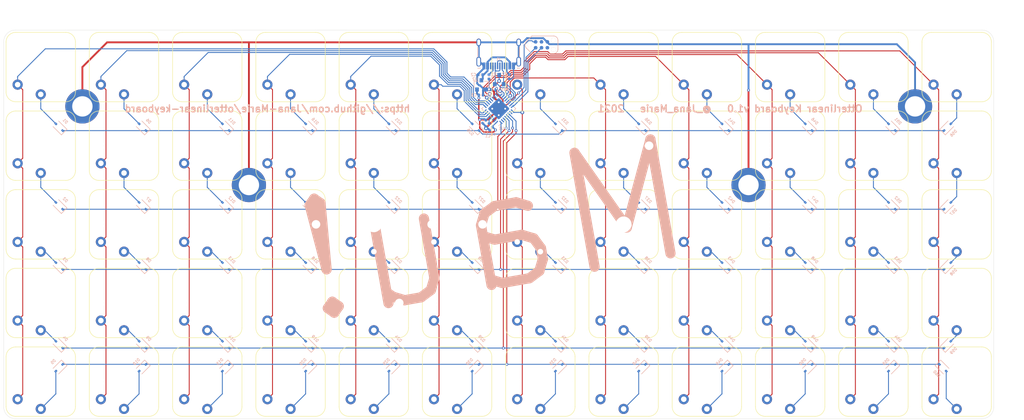
<source format=kicad_pcb>
(kicad_pcb (version 20171130) (host pcbnew 5.1.5+dfsg1-2build2)
  (layers (0 F.Cu signal) (31 B.Cu signal) (34 B.Paste user) (35 F.Paste user) (36 B.SilkS user) (37 F.SilkS user) (38 B.Mask user) (39 F.Mask user) (44 Edge.Cuts user))
  (net 0 "")
  (net 1 GND)
  (net 2 "Net-(C1-Pad1)")
  (net 3 VBUS)
  (net 4 +3V3)
  (net 5 "Net-(D1-Pad2)")
  (net 6 R1)
  (net 7 "Net-(D2-Pad2)")
  (net 8 R2)
  (net 9 "Net-(D3-Pad2)")
  (net 10 R3)
  (net 11 "Net-(D4-Pad2)")
  (net 12 R4)
  (net 13 "Net-(D5-Pad2)")
  (net 14 R5)
  (net 15 "Net-(D6-Pad2)")
  (net 16 "Net-(D7-Pad2)")
  (net 17 "Net-(D8-Pad2)")
  (net 18 "Net-(D9-Pad2)")
  (net 19 "Net-(D10-Pad2)")
  (net 20 "Net-(D11-Pad2)")
  (net 21 "Net-(D12-Pad2)")
  (net 22 "Net-(D13-Pad2)")
  (net 23 "Net-(D14-Pad2)")
  (net 24 "Net-(D15-Pad2)")
  (net 25 "Net-(D16-Pad2)")
  (net 26 "Net-(D17-Pad2)")
  (net 27 "Net-(D18-Pad2)")
  (net 28 "Net-(D19-Pad2)")
  (net 29 "Net-(D20-Pad2)")
  (net 30 "Net-(D21-Pad2)")
  (net 31 "Net-(D22-Pad2)")
  (net 32 "Net-(D23-Pad2)")
  (net 33 "Net-(D24-Pad2)")
  (net 34 "Net-(D25-Pad2)")
  (net 35 "Net-(D26-Pad2)")
  (net 36 "Net-(D27-Pad2)")
  (net 37 "Net-(D28-Pad2)")
  (net 38 "Net-(D29-Pad2)")
  (net 39 "Net-(D30-Pad2)")
  (net 40 "Net-(D31-Pad2)")
  (net 41 "Net-(D32-Pad2)")
  (net 42 "Net-(D33-Pad2)")
  (net 43 "Net-(D34-Pad2)")
  (net 44 "Net-(D35-Pad2)")
  (net 45 "Net-(D36-Pad2)")
  (net 46 "Net-(D37-Pad2)")
  (net 47 "Net-(D38-Pad2)")
  (net 48 "Net-(D39-Pad2)")
  (net 49 "Net-(D40-Pad2)")
  (net 50 "Net-(D41-Pad2)")
  (net 51 "Net-(D42-Pad2)")
  (net 52 "Net-(D43-Pad2)")
  (net 53 "Net-(D44-Pad2)")
  (net 54 "Net-(D45-Pad2)")
  (net 55 "Net-(D46-Pad2)")
  (net 56 "Net-(D47-Pad2)")
  (net 57 "Net-(D48-Pad2)")
  (net 58 "Net-(D49-Pad2)")
  (net 59 "Net-(D50-Pad2)")
  (net 60 "Net-(D51-Pad2)")
  (net 61 "Net-(D52-Pad2)")
  (net 62 "Net-(D53-Pad2)")
  (net 63 "Net-(D54-Pad2)")
  (net 64 "Net-(D55-Pad2)")
  (net 65 "Net-(D56-Pad2)")
  (net 66 "Net-(D57-Pad2)")
  (net 67 "Net-(D58-Pad2)")
  (net 68 "Net-(D59-Pad2)")
  (net 69 "Net-(D60-Pad2)")
  (net 70 "Net-(J1-PadB5)")
  (net 71 "Net-(J1-PadA8)")
  (net 72 D+)
  (net 73 D-)
  (net 74 "Net-(J1-PadA5)")
  (net 75 "Net-(J1-PadB8)")
  (net 76 C1)
  (net 77 C2)
  (net 78 C3)
  (net 79 C4)
  (net 80 C5)
  (net 81 C6)
  (net 82 C7)
  (net 83 C8)
  (net 84 C9)
  (net 85 C10)
  (net 86 C11)
  (net 87 C12)
  (net 88 "Net-(U1-Pad31)")
  (net 89 SWCLK)
  (net 90 SWDIO)
  (net 91 "Net-(U1-Pad3)")
  (net 92 "Net-(U1-Pad2)")
  (net 93 "Net-(P1-Pad6)")
  (net 94 "Net-(P1-Pad3)")
  (net 95 "Net-(U1-Pad26)")
  (net 96 "Net-(U1-Pad16)")
  (net 97 "Net-(U1-Pad15)")
  (net 98 "Net-(U1-Pad14)")
  (module otter:PG1353 (layer F.Cu) (at 166 58 180)
    (fp_text reference SW31 hide)
    (fp_text value PG1353)
    (pad "" np_thru_hole circle (at -5.5 0 180) (size 1.85 1.85) (drill 1.85) (layers *.Cu *.Mask))
    (pad "" np_thru_hole circle (at 0 0 180) (size 3.4 3.4) (drill 3.4) (layers *.Cu *.Mask))
    (pad 2 thru_hole circle (at 0 -5.9 180) (size 2.2 2.2) (drill 1.2) (layers *.Cu *.Mask) (net 40 "Net-(D31-Pad2)"))
    (pad 1 thru_hole circle (at 5 -3.8 180) (size 2.2 2.2) (drill 1.2) (layers *.Cu *.Mask) (net 82 C7))
  )
  (module otter:PG1353 (layer F.Cu) (at 148 58 180)
    (fp_text reference SW26 hide)
    (fp_text value PG1353)
    (pad "" np_thru_hole circle (at 5.5 0 180) (size 1.85 1.85) (drill 1.85) (layers *.Cu *.Mask))
    (pad "" np_thru_hole circle (at 0 0 180) (size 3.4 3.4) (drill 3.4) (layers *.Cu *.Mask))
    (pad 2 thru_hole circle (at 0 -5.9 180) (size 2.2 2.2) (drill 1.2) (layers *.Cu *.Mask) (net 35 "Net-(D26-Pad2)"))
    (pad 1 thru_hole circle (at 5 -3.8 180) (size 2.2 2.2) (drill 1.2) (layers *.Cu *.Mask) (net 81 C6))
  )
  (module otter:PG1353 (layer F.Cu) (at 256 58 180)
    (fp_text reference SW56 hide)
    (fp_text value PG1353)
    (pad "" np_thru_hole circle (at 5.5 0 180) (size 1.85 1.85) (drill 1.85) (layers *.Cu *.Mask))
    (pad "" np_thru_hole circle (at -5.5 0 180) (size 1.85 1.85) (drill 1.85) (layers *.Cu *.Mask))
    (pad "" np_thru_hole circle (at 0 0 180) (size 3.4 3.4) (drill 3.4) (layers *.Cu *.Mask))
    (pad 2 thru_hole circle (at 0 -5.9 180) (size 2.2 2.2) (drill 1.2) (layers *.Cu *.Mask) (net 65 "Net-(D56-Pad2)"))
    (pad 1 thru_hole circle (at 5 -3.8 180) (size 2.2 2.2) (drill 1.2) (layers *.Cu *.Mask) (net 87 C12))
  )
  (module otter:PG1353 (layer F.Cu) (at 256 109 180)
    (fp_text reference SW59 hide)
    (fp_text value PG1353)
    (pad "" np_thru_hole circle (at 5.5 0 180) (size 1.85 1.85) (drill 1.85) (layers *.Cu *.Mask))
    (pad "" np_thru_hole circle (at -5.5 0 180) (size 1.85 1.85) (drill 1.85) (layers *.Cu *.Mask))
    (pad "" np_thru_hole circle (at 0 0 180) (size 3.4 3.4) (drill 3.4) (layers *.Cu *.Mask))
    (pad 2 thru_hole circle (at 0 -5.9 180) (size 2.2 2.2) (drill 1.2) (layers *.Cu *.Mask) (net 68 "Net-(D59-Pad2)"))
    (pad 1 thru_hole circle (at 5 -3.8 180) (size 2.2 2.2) (drill 1.2) (layers *.Cu *.Mask) (net 87 C12))
  )
  (module otter:PG1353 (layer F.Cu) (at 256 126 180)
    (fp_text reference SW60 hide)
    (fp_text value PG1353)
    (pad "" np_thru_hole circle (at 5.5 0 180) (size 1.85 1.85) (drill 1.85) (layers *.Cu *.Mask))
    (pad "" np_thru_hole circle (at -5.5 0 180) (size 1.85 1.85) (drill 1.85) (layers *.Cu *.Mask))
    (pad "" np_thru_hole circle (at 0 0 180) (size 3.4 3.4) (drill 3.4) (layers *.Cu *.Mask))
    (pad 2 thru_hole circle (at 0 -5.9 180) (size 2.2 2.2) (drill 1.2) (layers *.Cu *.Mask) (net 69 "Net-(D60-Pad2)"))
    (pad 1 thru_hole circle (at 5 -3.8 180) (size 2.2 2.2) (drill 1.2) (layers *.Cu *.Mask) (net 87 C12))
  )
  (module otter:PG1353 (layer F.Cu) (at 256 92 180)
    (fp_text reference SW58 hide)
    (fp_text value PG1353)
    (pad "" np_thru_hole circle (at 5.5 0 180) (size 1.85 1.85) (drill 1.85) (layers *.Cu *.Mask))
    (pad "" np_thru_hole circle (at -5.5 0 180) (size 1.85 1.85) (drill 1.85) (layers *.Cu *.Mask))
    (pad "" np_thru_hole circle (at 0 0 180) (size 3.4 3.4) (drill 3.4) (layers *.Cu *.Mask))
    (pad 2 thru_hole circle (at 0 -5.9 180) (size 2.2 2.2) (drill 1.2) (layers *.Cu *.Mask) (net 67 "Net-(D58-Pad2)"))
    (pad 1 thru_hole circle (at 5 -3.8 180) (size 2.2 2.2) (drill 1.2) (layers *.Cu *.Mask) (net 87 C12))
  )
  (module otter:PG1353 (layer F.Cu) (at 256 75 180)
    (fp_text reference SW57 hide)
    (fp_text value PG1353)
    (pad "" np_thru_hole circle (at 5.5 0 180) (size 1.85 1.85) (drill 1.85) (layers *.Cu *.Mask))
    (pad "" np_thru_hole circle (at -5.5 0 180) (size 1.85 1.85) (drill 1.85) (layers *.Cu *.Mask))
    (pad "" np_thru_hole circle (at 0 0 180) (size 3.4 3.4) (drill 3.4) (layers *.Cu *.Mask))
    (pad 2 thru_hole circle (at 0 -5.9 180) (size 2.2 2.2) (drill 1.2) (layers *.Cu *.Mask) (net 66 "Net-(D57-Pad2)"))
    (pad 1 thru_hole circle (at 5 -3.8 180) (size 2.2 2.2) (drill 1.2) (layers *.Cu *.Mask) (net 87 C12))
  )
  (module otter:PG1353 (layer F.Cu) (at 238 126 180)
    (fp_text reference SW55 hide)
    (fp_text value PG1353)
    (pad "" np_thru_hole circle (at 5.5 0 180) (size 1.85 1.85) (drill 1.85) (layers *.Cu *.Mask))
    (pad "" np_thru_hole circle (at -5.5 0 180) (size 1.85 1.85) (drill 1.85) (layers *.Cu *.Mask))
    (pad "" np_thru_hole circle (at 0 0 180) (size 3.4 3.4) (drill 3.4) (layers *.Cu *.Mask))
    (pad 2 thru_hole circle (at 0 -5.9 180) (size 2.2 2.2) (drill 1.2) (layers *.Cu *.Mask) (net 64 "Net-(D55-Pad2)"))
    (pad 1 thru_hole circle (at 5 -3.8 180) (size 2.2 2.2) (drill 1.2) (layers *.Cu *.Mask) (net 86 C11))
  )
  (module otter:PG1353 (layer F.Cu) (at 238 109 180)
    (fp_text reference SW54 hide)
    (fp_text value PG1353)
    (pad "" np_thru_hole circle (at 5.5 0 180) (size 1.85 1.85) (drill 1.85) (layers *.Cu *.Mask))
    (pad "" np_thru_hole circle (at -5.5 0 180) (size 1.85 1.85) (drill 1.85) (layers *.Cu *.Mask))
    (pad "" np_thru_hole circle (at 0 0 180) (size 3.4 3.4) (drill 3.4) (layers *.Cu *.Mask))
    (pad 2 thru_hole circle (at 0 -5.9 180) (size 2.2 2.2) (drill 1.2) (layers *.Cu *.Mask) (net 63 "Net-(D54-Pad2)"))
    (pad 1 thru_hole circle (at 5 -3.8 180) (size 2.2 2.2) (drill 1.2) (layers *.Cu *.Mask) (net 86 C11))
  )
  (module otter:PG1353 (layer F.Cu) (at 238 92 180)
    (fp_text reference SW53 hide)
    (fp_text value PG1353)
    (pad "" np_thru_hole circle (at 5.5 0 180) (size 1.85 1.85) (drill 1.85) (layers *.Cu *.Mask))
    (pad "" np_thru_hole circle (at -5.5 0 180) (size 1.85 1.85) (drill 1.85) (layers *.Cu *.Mask))
    (pad "" np_thru_hole circle (at 0 0 180) (size 3.4 3.4) (drill 3.4) (layers *.Cu *.Mask))
    (pad 2 thru_hole circle (at 0 -5.9 180) (size 2.2 2.2) (drill 1.2) (layers *.Cu *.Mask) (net 62 "Net-(D53-Pad2)"))
    (pad 1 thru_hole circle (at 5 -3.8 180) (size 2.2 2.2) (drill 1.2) (layers *.Cu *.Mask) (net 86 C11))
  )
  (module otter:PG1353 (layer F.Cu) (at 238 75 180)
    (fp_text reference SW52 hide)
    (fp_text value PG1353)
    (pad "" np_thru_hole circle (at 5.5 0 180) (size 1.85 1.85) (drill 1.85) (layers *.Cu *.Mask))
    (pad "" np_thru_hole circle (at -5.5 0 180) (size 1.85 1.85) (drill 1.85) (layers *.Cu *.Mask))
    (pad "" np_thru_hole circle (at 0 0 180) (size 3.4 3.4) (drill 3.4) (layers *.Cu *.Mask))
    (pad 2 thru_hole circle (at 0 -5.9 180) (size 2.2 2.2) (drill 1.2) (layers *.Cu *.Mask) (net 61 "Net-(D52-Pad2)"))
    (pad 1 thru_hole circle (at 5 -3.8 180) (size 2.2 2.2) (drill 1.2) (layers *.Cu *.Mask) (net 86 C11))
  )
  (module otter:PG1353 (layer F.Cu) (at 238 58 180)
    (fp_text reference SW51 hide)
    (fp_text value PG1353)
    (pad "" np_thru_hole circle (at 5.5 0 180) (size 1.85 1.85) (drill 1.85) (layers *.Cu *.Mask))
    (pad "" np_thru_hole circle (at -5.5 0 180) (size 1.85 1.85) (drill 1.85) (layers *.Cu *.Mask))
    (pad "" np_thru_hole circle (at 0 0 180) (size 3.4 3.4) (drill 3.4) (layers *.Cu *.Mask))
    (pad 2 thru_hole circle (at 0 -5.9 180) (size 2.2 2.2) (drill 1.2) (layers *.Cu *.Mask) (net 60 "Net-(D51-Pad2)"))
    (pad 1 thru_hole circle (at 5 -3.8 180) (size 2.2 2.2) (drill 1.2) (layers *.Cu *.Mask) (net 86 C11))
  )
  (module otter:PG1353 (layer F.Cu) (at 220 126 180)
    (fp_text reference SW50 hide)
    (fp_text value PG1353)
    (pad "" np_thru_hole circle (at 5.5 0 180) (size 1.85 1.85) (drill 1.85) (layers *.Cu *.Mask))
    (pad "" np_thru_hole circle (at -5.5 0 180) (size 1.85 1.85) (drill 1.85) (layers *.Cu *.Mask))
    (pad "" np_thru_hole circle (at 0 0 180) (size 3.4 3.4) (drill 3.4) (layers *.Cu *.Mask))
    (pad 2 thru_hole circle (at 0 -5.9 180) (size 2.2 2.2) (drill 1.2) (layers *.Cu *.Mask) (net 59 "Net-(D50-Pad2)"))
    (pad 1 thru_hole circle (at 5 -3.8 180) (size 2.2 2.2) (drill 1.2) (layers *.Cu *.Mask) (net 85 C10))
  )
  (module otter:PG1353 (layer F.Cu) (at 220 109 180)
    (fp_text reference SW49 hide)
    (fp_text value PG1353)
    (pad "" np_thru_hole circle (at 5.5 0 180) (size 1.85 1.85) (drill 1.85) (layers *.Cu *.Mask))
    (pad "" np_thru_hole circle (at -5.5 0 180) (size 1.85 1.85) (drill 1.85) (layers *.Cu *.Mask))
    (pad "" np_thru_hole circle (at 0 0 180) (size 3.4 3.4) (drill 3.4) (layers *.Cu *.Mask))
    (pad 2 thru_hole circle (at 0 -5.9 180) (size 2.2 2.2) (drill 1.2) (layers *.Cu *.Mask) (net 58 "Net-(D49-Pad2)"))
    (pad 1 thru_hole circle (at 5 -3.8 180) (size 2.2 2.2) (drill 1.2) (layers *.Cu *.Mask) (net 85 C10))
  )
  (module otter:PG1353 (layer F.Cu) (at 220 92 180)
    (fp_text reference SW48 hide)
    (fp_text value PG1353)
    (pad "" np_thru_hole circle (at 5.5 0 180) (size 1.85 1.85) (drill 1.85) (layers *.Cu *.Mask))
    (pad "" np_thru_hole circle (at -5.5 0 180) (size 1.85 1.85) (drill 1.85) (layers *.Cu *.Mask))
    (pad "" np_thru_hole circle (at 0 0 180) (size 3.4 3.4) (drill 3.4) (layers *.Cu *.Mask))
    (pad 2 thru_hole circle (at 0 -5.9 180) (size 2.2 2.2) (drill 1.2) (layers *.Cu *.Mask) (net 57 "Net-(D48-Pad2)"))
    (pad 1 thru_hole circle (at 5 -3.8 180) (size 2.2 2.2) (drill 1.2) (layers *.Cu *.Mask) (net 85 C10))
  )
  (module otter:PG1353 (layer F.Cu) (at 220 75 180)
    (fp_text reference SW47 hide)
    (fp_text value PG1353)
    (pad "" np_thru_hole circle (at 5.5 0 180) (size 1.85 1.85) (drill 1.85) (layers *.Cu *.Mask))
    (pad "" np_thru_hole circle (at -5.5 0 180) (size 1.85 1.85) (drill 1.85) (layers *.Cu *.Mask))
    (pad "" np_thru_hole circle (at 0 0 180) (size 3.4 3.4) (drill 3.4) (layers *.Cu *.Mask))
    (pad 2 thru_hole circle (at 0 -5.9 180) (size 2.2 2.2) (drill 1.2) (layers *.Cu *.Mask) (net 56 "Net-(D47-Pad2)"))
    (pad 1 thru_hole circle (at 5 -3.8 180) (size 2.2 2.2) (drill 1.2) (layers *.Cu *.Mask) (net 85 C10))
  )
  (module otter:PG1353 (layer F.Cu) (at 220 58 180)
    (fp_text reference SW46 hide)
    (fp_text value PG1353)
    (pad "" np_thru_hole circle (at 5.5 0 180) (size 1.85 1.85) (drill 1.85) (layers *.Cu *.Mask))
    (pad "" np_thru_hole circle (at -5.5 0 180) (size 1.85 1.85) (drill 1.85) (layers *.Cu *.Mask))
    (pad "" np_thru_hole circle (at 0 0 180) (size 3.4 3.4) (drill 3.4) (layers *.Cu *.Mask))
    (pad 2 thru_hole circle (at 0 -5.9 180) (size 2.2 2.2) (drill 1.2) (layers *.Cu *.Mask) (net 55 "Net-(D46-Pad2)"))
    (pad 1 thru_hole circle (at 5 -3.8 180) (size 2.2 2.2) (drill 1.2) (layers *.Cu *.Mask) (net 85 C10))
  )
  (module otter:PG1353 (layer F.Cu) (at 202 126 180)
    (fp_text reference SW45 hide)
    (fp_text value PG1353)
    (pad "" np_thru_hole circle (at 5.5 0 180) (size 1.85 1.85) (drill 1.85) (layers *.Cu *.Mask))
    (pad "" np_thru_hole circle (at -5.5 0 180) (size 1.85 1.85) (drill 1.85) (layers *.Cu *.Mask))
    (pad "" np_thru_hole circle (at 0 0 180) (size 3.4 3.4) (drill 3.4) (layers *.Cu *.Mask))
    (pad 2 thru_hole circle (at 0 -5.9 180) (size 2.2 2.2) (drill 1.2) (layers *.Cu *.Mask) (net 54 "Net-(D45-Pad2)"))
    (pad 1 thru_hole circle (at 5 -3.8 180) (size 2.2 2.2) (drill 1.2) (layers *.Cu *.Mask) (net 84 C9))
  )
  (module otter:PG1353 (layer F.Cu) (at 202 109 180)
    (fp_text reference SW44 hide)
    (fp_text value PG1353)
    (pad "" np_thru_hole circle (at 5.5 0 180) (size 1.85 1.85) (drill 1.85) (layers *.Cu *.Mask))
    (pad "" np_thru_hole circle (at -5.5 0 180) (size 1.85 1.85) (drill 1.85) (layers *.Cu *.Mask))
    (pad "" np_thru_hole circle (at 0 0 180) (size 3.4 3.4) (drill 3.4) (layers *.Cu *.Mask))
    (pad 2 thru_hole circle (at 0 -5.9 180) (size 2.2 2.2) (drill 1.2) (layers *.Cu *.Mask) (net 53 "Net-(D44-Pad2)"))
    (pad 1 thru_hole circle (at 5 -3.8 180) (size 2.2 2.2) (drill 1.2) (layers *.Cu *.Mask) (net 84 C9))
  )
  (module otter:PG1353 (layer F.Cu) (at 202 92 180)
    (fp_text reference SW43 hide)
    (fp_text value PG1353)
    (pad "" np_thru_hole circle (at 5.5 0 180) (size 1.85 1.85) (drill 1.85) (layers *.Cu *.Mask))
    (pad "" np_thru_hole circle (at -5.5 0 180) (size 1.85 1.85) (drill 1.85) (layers *.Cu *.Mask))
    (pad "" np_thru_hole circle (at 0 0 180) (size 3.4 3.4) (drill 3.4) (layers *.Cu *.Mask))
    (pad 2 thru_hole circle (at 0 -5.9 180) (size 2.2 2.2) (drill 1.2) (layers *.Cu *.Mask) (net 52 "Net-(D43-Pad2)"))
    (pad 1 thru_hole circle (at 5 -3.8 180) (size 2.2 2.2) (drill 1.2) (layers *.Cu *.Mask) (net 84 C9))
  )
  (module otter:PG1353 (layer F.Cu) (at 202 75 180)
    (fp_text reference SW42 hide)
    (fp_text value PG1353)
    (pad "" np_thru_hole circle (at 5.5 0 180) (size 1.85 1.85) (drill 1.85) (layers *.Cu *.Mask))
    (pad "" np_thru_hole circle (at -5.5 0 180) (size 1.85 1.85) (drill 1.85) (layers *.Cu *.Mask))
    (pad "" np_thru_hole circle (at 0 0 180) (size 3.4 3.4) (drill 3.4) (layers *.Cu *.Mask))
    (pad 2 thru_hole circle (at 0 -5.9 180) (size 2.2 2.2) (drill 1.2) (layers *.Cu *.Mask) (net 51 "Net-(D42-Pad2)"))
    (pad 1 thru_hole circle (at 5 -3.8 180) (size 2.2 2.2) (drill 1.2) (layers *.Cu *.Mask) (net 84 C9))
  )
  (module otter:PG1353 (layer F.Cu) (at 202 58 180)
    (fp_text reference SW41 hide)
    (fp_text value PG1353)
    (pad "" np_thru_hole circle (at 5.5 0 180) (size 1.85 1.85) (drill 1.85) (layers *.Cu *.Mask))
    (pad "" np_thru_hole circle (at -5.5 0 180) (size 1.85 1.85) (drill 1.85) (layers *.Cu *.Mask))
    (pad "" np_thru_hole circle (at 0 0 180) (size 3.4 3.4) (drill 3.4) (layers *.Cu *.Mask))
    (pad 2 thru_hole circle (at 0 -5.9 180) (size 2.2 2.2) (drill 1.2) (layers *.Cu *.Mask) (net 50 "Net-(D41-Pad2)"))
    (pad 1 thru_hole circle (at 5 -3.8 180) (size 2.2 2.2) (drill 1.2) (layers *.Cu *.Mask) (net 84 C9))
  )
  (module otter:PG1353 (layer F.Cu) (at 184 126 180)
    (fp_text reference SW40 hide)
    (fp_text value PG1353)
    (pad "" np_thru_hole circle (at 5.5 0 180) (size 1.85 1.85) (drill 1.85) (layers *.Cu *.Mask))
    (pad "" np_thru_hole circle (at -5.5 0 180) (size 1.85 1.85) (drill 1.85) (layers *.Cu *.Mask))
    (pad "" np_thru_hole circle (at 0 0 180) (size 3.4 3.4) (drill 3.4) (layers *.Cu *.Mask))
    (pad 2 thru_hole circle (at 0 -5.9 180) (size 2.2 2.2) (drill 1.2) (layers *.Cu *.Mask) (net 49 "Net-(D40-Pad2)"))
    (pad 1 thru_hole circle (at 5 -3.8 180) (size 2.2 2.2) (drill 1.2) (layers *.Cu *.Mask) (net 83 C8))
  )
  (module otter:PG1353 (layer F.Cu) (at 184 109 180)
    (fp_text reference SW39 hide)
    (fp_text value PG1353)
    (pad "" np_thru_hole circle (at 5.5 0 180) (size 1.85 1.85) (drill 1.85) (layers *.Cu *.Mask))
    (pad "" np_thru_hole circle (at -5.5 0 180) (size 1.85 1.85) (drill 1.85) (layers *.Cu *.Mask))
    (pad "" np_thru_hole circle (at 0 0 180) (size 3.4 3.4) (drill 3.4) (layers *.Cu *.Mask))
    (pad 2 thru_hole circle (at 0 -5.9 180) (size 2.2 2.2) (drill 1.2) (layers *.Cu *.Mask) (net 48 "Net-(D39-Pad2)"))
    (pad 1 thru_hole circle (at 5 -3.8 180) (size 2.2 2.2) (drill 1.2) (layers *.Cu *.Mask) (net 83 C8))
  )
  (module otter:PG1353 (layer F.Cu) (at 184 92 180)
    (fp_text reference SW38 hide)
    (fp_text value PG1353)
    (pad "" np_thru_hole circle (at 5.5 0 180) (size 1.85 1.85) (drill 1.85) (layers *.Cu *.Mask))
    (pad "" np_thru_hole circle (at -5.5 0 180) (size 1.85 1.85) (drill 1.85) (layers *.Cu *.Mask))
    (pad "" np_thru_hole circle (at 0 0 180) (size 3.4 3.4) (drill 3.4) (layers *.Cu *.Mask))
    (pad 2 thru_hole circle (at 0 -5.9 180) (size 2.2 2.2) (drill 1.2) (layers *.Cu *.Mask) (net 47 "Net-(D38-Pad2)"))
    (pad 1 thru_hole circle (at 5 -3.8 180) (size 2.2 2.2) (drill 1.2) (layers *.Cu *.Mask) (net 83 C8))
  )
  (module otter:PG1353 (layer F.Cu) (at 184 75 180)
    (fp_text reference SW37 hide)
    (fp_text value PG1353)
    (pad "" np_thru_hole circle (at 5.5 0 180) (size 1.85 1.85) (drill 1.85) (layers *.Cu *.Mask))
    (pad "" np_thru_hole circle (at -5.5 0 180) (size 1.85 1.85) (drill 1.85) (layers *.Cu *.Mask))
    (pad "" np_thru_hole circle (at 0 0 180) (size 3.4 3.4) (drill 3.4) (layers *.Cu *.Mask))
    (pad 2 thru_hole circle (at 0 -5.9 180) (size 2.2 2.2) (drill 1.2) (layers *.Cu *.Mask) (net 46 "Net-(D37-Pad2)"))
    (pad 1 thru_hole circle (at 5 -3.8 180) (size 2.2 2.2) (drill 1.2) (layers *.Cu *.Mask) (net 83 C8))
  )
  (module otter:PG1353 (layer F.Cu) (at 184 58 180)
    (fp_text reference SW36 hide)
    (fp_text value PG1353)
    (pad "" np_thru_hole circle (at 5.5 0 180) (size 1.85 1.85) (drill 1.85) (layers *.Cu *.Mask))
    (pad "" np_thru_hole circle (at -5.5 0 180) (size 1.85 1.85) (drill 1.85) (layers *.Cu *.Mask))
    (pad "" np_thru_hole circle (at 0 0 180) (size 3.4 3.4) (drill 3.4) (layers *.Cu *.Mask))
    (pad 2 thru_hole circle (at 0 -5.9 180) (size 2.2 2.2) (drill 1.2) (layers *.Cu *.Mask) (net 45 "Net-(D36-Pad2)"))
    (pad 1 thru_hole circle (at 5 -3.8 180) (size 2.2 2.2) (drill 1.2) (layers *.Cu *.Mask) (net 83 C8))
  )
  (module otter:PG1353 (layer F.Cu) (at 166 126 180)
    (fp_text reference SW35 hide)
    (fp_text value PG1353)
    (pad "" np_thru_hole circle (at 5.5 0 180) (size 1.85 1.85) (drill 1.85) (layers *.Cu *.Mask))
    (pad "" np_thru_hole circle (at -5.5 0 180) (size 1.85 1.85) (drill 1.85) (layers *.Cu *.Mask))
    (pad "" np_thru_hole circle (at 0 0 180) (size 3.4 3.4) (drill 3.4) (layers *.Cu *.Mask))
    (pad 2 thru_hole circle (at 0 -5.9 180) (size 2.2 2.2) (drill 1.2) (layers *.Cu *.Mask) (net 44 "Net-(D35-Pad2)"))
    (pad 1 thru_hole circle (at 5 -3.8 180) (size 2.2 2.2) (drill 1.2) (layers *.Cu *.Mask) (net 82 C7))
  )
  (module otter:PG1353 (layer F.Cu) (at 166 109 180)
    (fp_text reference SW34 hide)
    (fp_text value PG1353)
    (pad "" np_thru_hole circle (at 5.5 0 180) (size 1.85 1.85) (drill 1.85) (layers *.Cu *.Mask))
    (pad "" np_thru_hole circle (at -5.5 0 180) (size 1.85 1.85) (drill 1.85) (layers *.Cu *.Mask))
    (pad "" np_thru_hole circle (at 0 0 180) (size 3.4 3.4) (drill 3.4) (layers *.Cu *.Mask))
    (pad 2 thru_hole circle (at 0 -5.9 180) (size 2.2 2.2) (drill 1.2) (layers *.Cu *.Mask) (net 43 "Net-(D34-Pad2)"))
    (pad 1 thru_hole circle (at 5 -3.8 180) (size 2.2 2.2) (drill 1.2) (layers *.Cu *.Mask) (net 82 C7))
  )
  (module otter:PG1353 (layer F.Cu) (at 166 92 180)
    (fp_text reference SW33 hide)
    (fp_text value PG1353)
    (pad "" np_thru_hole circle (at 5.5 0 180) (size 1.85 1.85) (drill 1.85) (layers *.Cu *.Mask))
    (pad "" np_thru_hole circle (at -5.5 0 180) (size 1.85 1.85) (drill 1.85) (layers *.Cu *.Mask))
    (pad "" np_thru_hole circle (at 0 0 180) (size 3.4 3.4) (drill 3.4) (layers *.Cu *.Mask))
    (pad 2 thru_hole circle (at 0 -5.9 180) (size 2.2 2.2) (drill 1.2) (layers *.Cu *.Mask) (net 42 "Net-(D33-Pad2)"))
    (pad 1 thru_hole circle (at 5 -3.8 180) (size 2.2 2.2) (drill 1.2) (layers *.Cu *.Mask) (net 82 C7))
  )
  (module otter:PG1353 (layer F.Cu) (at 166 75 180)
    (fp_text reference SW32 hide)
    (fp_text value PG1353)
    (pad "" np_thru_hole circle (at 5.5 0 180) (size 1.85 1.85) (drill 1.85) (layers *.Cu *.Mask))
    (pad "" np_thru_hole circle (at -5.5 0 180) (size 1.85 1.85) (drill 1.85) (layers *.Cu *.Mask))
    (pad "" np_thru_hole circle (at 0 0 180) (size 3.4 3.4) (drill 3.4) (layers *.Cu *.Mask))
    (pad 2 thru_hole circle (at 0 -5.9 180) (size 2.2 2.2) (drill 1.2) (layers *.Cu *.Mask) (net 41 "Net-(D32-Pad2)"))
    (pad 1 thru_hole circle (at 5 -3.8 180) (size 2.2 2.2) (drill 1.2) (layers *.Cu *.Mask) (net 82 C7))
  )
  (module otter:PG1353 (layer F.Cu) (at 148 126 180)
    (fp_text reference SW30 hide)
    (fp_text value PG1353)
    (pad "" np_thru_hole circle (at 5.5 0 180) (size 1.85 1.85) (drill 1.85) (layers *.Cu *.Mask))
    (pad "" np_thru_hole circle (at -5.5 0 180) (size 1.85 1.85) (drill 1.85) (layers *.Cu *.Mask))
    (pad "" np_thru_hole circle (at 0 0 180) (size 3.4 3.4) (drill 3.4) (layers *.Cu *.Mask))
    (pad 2 thru_hole circle (at 0 -5.9 180) (size 2.2 2.2) (drill 1.2) (layers *.Cu *.Mask) (net 39 "Net-(D30-Pad2)"))
    (pad 1 thru_hole circle (at 5 -3.8 180) (size 2.2 2.2) (drill 1.2) (layers *.Cu *.Mask) (net 81 C6))
  )
  (module otter:PG1353 (layer F.Cu) (at 148 109 180)
    (fp_text reference SW29 hide)
    (fp_text value PG1353)
    (pad "" np_thru_hole circle (at 5.5 0 180) (size 1.85 1.85) (drill 1.85) (layers *.Cu *.Mask))
    (pad "" np_thru_hole circle (at -5.5 0 180) (size 1.85 1.85) (drill 1.85) (layers *.Cu *.Mask))
    (pad "" np_thru_hole circle (at 0 0 180) (size 3.4 3.4) (drill 3.4) (layers *.Cu *.Mask))
    (pad 2 thru_hole circle (at 0 -5.9 180) (size 2.2 2.2) (drill 1.2) (layers *.Cu *.Mask) (net 38 "Net-(D29-Pad2)"))
    (pad 1 thru_hole circle (at 5 -3.8 180) (size 2.2 2.2) (drill 1.2) (layers *.Cu *.Mask) (net 81 C6))
  )
  (module otter:PG1353 (layer F.Cu) (at 148 92 180)
    (fp_text reference SW28 hide)
    (fp_text value PG1353)
    (pad "" np_thru_hole circle (at 5.5 0 180) (size 1.85 1.85) (drill 1.85) (layers *.Cu *.Mask))
    (pad "" np_thru_hole circle (at -5.5 0 180) (size 1.85 1.85) (drill 1.85) (layers *.Cu *.Mask))
    (pad "" np_thru_hole circle (at 0 0 180) (size 3.4 3.4) (drill 3.4) (layers *.Cu *.Mask))
    (pad 2 thru_hole circle (at 0 -5.9 180) (size 2.2 2.2) (drill 1.2) (layers *.Cu *.Mask) (net 37 "Net-(D28-Pad2)"))
    (pad 1 thru_hole circle (at 5 -3.8 180) (size 2.2 2.2) (drill 1.2) (layers *.Cu *.Mask) (net 81 C6))
  )
  (module otter:PG1353 (layer F.Cu) (at 148 75 180)
    (fp_text reference SW27 hide)
    (fp_text value PG1353)
    (pad "" np_thru_hole circle (at 5.5 0 180) (size 1.85 1.85) (drill 1.85) (layers *.Cu *.Mask))
    (pad "" np_thru_hole circle (at -5.5 0 180) (size 1.85 1.85) (drill 1.85) (layers *.Cu *.Mask))
    (pad "" np_thru_hole circle (at 0 0 180) (size 3.4 3.4) (drill 3.4) (layers *.Cu *.Mask))
    (pad 2 thru_hole circle (at 0 -5.9 180) (size 2.2 2.2) (drill 1.2) (layers *.Cu *.Mask) (net 36 "Net-(D27-Pad2)"))
    (pad 1 thru_hole circle (at 5 -3.8 180) (size 2.2 2.2) (drill 1.2) (layers *.Cu *.Mask) (net 81 C6))
  )
  (module otter:PG1353 (layer F.Cu) (at 130 126 180)
    (fp_text reference SW25 hide)
    (fp_text value PG1353)
    (pad "" np_thru_hole circle (at 5.5 0 180) (size 1.85 1.85) (drill 1.85) (layers *.Cu *.Mask))
    (pad "" np_thru_hole circle (at -5.5 0 180) (size 1.85 1.85) (drill 1.85) (layers *.Cu *.Mask))
    (pad "" np_thru_hole circle (at 0 0 180) (size 3.4 3.4) (drill 3.4) (layers *.Cu *.Mask))
    (pad 2 thru_hole circle (at 0 -5.9 180) (size 2.2 2.2) (drill 1.2) (layers *.Cu *.Mask) (net 34 "Net-(D25-Pad2)"))
    (pad 1 thru_hole circle (at 5 -3.8 180) (size 2.2 2.2) (drill 1.2) (layers *.Cu *.Mask) (net 80 C5))
  )
  (module otter:PG1353 (layer F.Cu) (at 130 109 180)
    (fp_text reference SW24 hide)
    (fp_text value PG1353)
    (pad "" np_thru_hole circle (at 5.5 0 180) (size 1.85 1.85) (drill 1.85) (layers *.Cu *.Mask))
    (pad "" np_thru_hole circle (at -5.5 0 180) (size 1.85 1.85) (drill 1.85) (layers *.Cu *.Mask))
    (pad "" np_thru_hole circle (at 0 0 180) (size 3.4 3.4) (drill 3.4) (layers *.Cu *.Mask))
    (pad 2 thru_hole circle (at 0 -5.9 180) (size 2.2 2.2) (drill 1.2) (layers *.Cu *.Mask) (net 33 "Net-(D24-Pad2)"))
    (pad 1 thru_hole circle (at 5 -3.8 180) (size 2.2 2.2) (drill 1.2) (layers *.Cu *.Mask) (net 80 C5))
  )
  (module otter:PG1353 (layer F.Cu) (at 130 92 180)
    (fp_text reference SW23 hide)
    (fp_text value PG1353)
    (pad "" np_thru_hole circle (at 5.5 0 180) (size 1.85 1.85) (drill 1.85) (layers *.Cu *.Mask))
    (pad "" np_thru_hole circle (at -5.5 0 180) (size 1.85 1.85) (drill 1.85) (layers *.Cu *.Mask))
    (pad "" np_thru_hole circle (at 0 0 180) (size 3.4 3.4) (drill 3.4) (layers *.Cu *.Mask))
    (pad 2 thru_hole circle (at 0 -5.9 180) (size 2.2 2.2) (drill 1.2) (layers *.Cu *.Mask) (net 32 "Net-(D23-Pad2)"))
    (pad 1 thru_hole circle (at 5 -3.8 180) (size 2.2 2.2) (drill 1.2) (layers *.Cu *.Mask) (net 80 C5))
  )
  (module otter:PG1353 (layer F.Cu) (at 130 75 180)
    (fp_text reference SW22 hide)
    (fp_text value PG1353)
    (pad "" np_thru_hole circle (at 5.5 0 180) (size 1.85 1.85) (drill 1.85) (layers *.Cu *.Mask))
    (pad "" np_thru_hole circle (at -5.5 0 180) (size 1.85 1.85) (drill 1.85) (layers *.Cu *.Mask))
    (pad "" np_thru_hole circle (at 0 0 180) (size 3.4 3.4) (drill 3.4) (layers *.Cu *.Mask))
    (pad 2 thru_hole circle (at 0 -5.9 180) (size 2.2 2.2) (drill 1.2) (layers *.Cu *.Mask) (net 31 "Net-(D22-Pad2)"))
    (pad 1 thru_hole circle (at 5 -3.8 180) (size 2.2 2.2) (drill 1.2) (layers *.Cu *.Mask) (net 80 C5))
  )
  (module otter:PG1353 (layer F.Cu) (at 130 58 180)
    (fp_text reference SW21 hide)
    (fp_text value PG1353)
    (pad "" np_thru_hole circle (at 5.5 0 180) (size 1.85 1.85) (drill 1.85) (layers *.Cu *.Mask))
    (pad "" np_thru_hole circle (at -5.5 0 180) (size 1.85 1.85) (drill 1.85) (layers *.Cu *.Mask))
    (pad "" np_thru_hole circle (at 0 0 180) (size 3.4 3.4) (drill 3.4) (layers *.Cu *.Mask))
    (pad 2 thru_hole circle (at 0 -5.9 180) (size 2.2 2.2) (drill 1.2) (layers *.Cu *.Mask) (net 30 "Net-(D21-Pad2)"))
    (pad 1 thru_hole circle (at 5 -3.8 180) (size 2.2 2.2) (drill 1.2) (layers *.Cu *.Mask) (net 80 C5))
  )
  (module otter:PG1353 (layer F.Cu) (at 112 126 180)
    (fp_text reference SW20 hide)
    (fp_text value PG1353)
    (pad "" np_thru_hole circle (at 5.5 0 180) (size 1.85 1.85) (drill 1.85) (layers *.Cu *.Mask))
    (pad "" np_thru_hole circle (at -5.5 0 180) (size 1.85 1.85) (drill 1.85) (layers *.Cu *.Mask))
    (pad "" np_thru_hole circle (at 0 0 180) (size 3.4 3.4) (drill 3.4) (layers *.Cu *.Mask))
    (pad 2 thru_hole circle (at 0 -5.9 180) (size 2.2 2.2) (drill 1.2) (layers *.Cu *.Mask) (net 29 "Net-(D20-Pad2)"))
    (pad 1 thru_hole circle (at 5 -3.8 180) (size 2.2 2.2) (drill 1.2) (layers *.Cu *.Mask) (net 79 C4))
  )
  (module otter:PG1353 (layer F.Cu) (at 112 109 180)
    (fp_text reference SW19 hide)
    (fp_text value PG1353)
    (pad "" np_thru_hole circle (at 5.5 0 180) (size 1.85 1.85) (drill 1.85) (layers *.Cu *.Mask))
    (pad "" np_thru_hole circle (at -5.5 0 180) (size 1.85 1.85) (drill 1.85) (layers *.Cu *.Mask))
    (pad "" np_thru_hole circle (at 0 0 180) (size 3.4 3.4) (drill 3.4) (layers *.Cu *.Mask))
    (pad 2 thru_hole circle (at 0 -5.9 180) (size 2.2 2.2) (drill 1.2) (layers *.Cu *.Mask) (net 28 "Net-(D19-Pad2)"))
    (pad 1 thru_hole circle (at 5 -3.8 180) (size 2.2 2.2) (drill 1.2) (layers *.Cu *.Mask) (net 79 C4))
  )
  (module otter:PG1353 (layer F.Cu) (at 112 92 180)
    (fp_text reference SW18 hide)
    (fp_text value PG1353)
    (pad "" np_thru_hole circle (at 5.5 0 180) (size 1.85 1.85) (drill 1.85) (layers *.Cu *.Mask))
    (pad "" np_thru_hole circle (at -5.5 0 180) (size 1.85 1.85) (drill 1.85) (layers *.Cu *.Mask))
    (pad "" np_thru_hole circle (at 0 0 180) (size 3.4 3.4) (drill 3.4) (layers *.Cu *.Mask))
    (pad 2 thru_hole circle (at 0 -5.9 180) (size 2.2 2.2) (drill 1.2) (layers *.Cu *.Mask) (net 27 "Net-(D18-Pad2)"))
    (pad 1 thru_hole circle (at 5 -3.8 180) (size 2.2 2.2) (drill 1.2) (layers *.Cu *.Mask) (net 79 C4))
  )
  (module otter:PG1353 (layer F.Cu) (at 112 75 180)
    (fp_text reference SW17 hide)
    (fp_text value PG1353)
    (pad "" np_thru_hole circle (at 5.5 0 180) (size 1.85 1.85) (drill 1.85) (layers *.Cu *.Mask))
    (pad "" np_thru_hole circle (at -5.5 0 180) (size 1.85 1.85) (drill 1.85) (layers *.Cu *.Mask))
    (pad "" np_thru_hole circle (at 0 0 180) (size 3.4 3.4) (drill 3.4) (layers *.Cu *.Mask))
    (pad 2 thru_hole circle (at 0 -5.9 180) (size 2.2 2.2) (drill 1.2) (layers *.Cu *.Mask) (net 26 "Net-(D17-Pad2)"))
    (pad 1 thru_hole circle (at 5 -3.8 180) (size 2.2 2.2) (drill 1.2) (layers *.Cu *.Mask) (net 79 C4))
  )
  (module otter:PG1353 (layer F.Cu) (at 112 58 180)
    (fp_text reference SW16 hide)
    (fp_text value PG1353)
    (pad "" np_thru_hole circle (at 5.5 0 180) (size 1.85 1.85) (drill 1.85) (layers *.Cu *.Mask))
    (pad "" np_thru_hole circle (at -5.5 0 180) (size 1.85 1.85) (drill 1.85) (layers *.Cu *.Mask))
    (pad "" np_thru_hole circle (at 0 0 180) (size 3.4 3.4) (drill 3.4) (layers *.Cu *.Mask))
    (pad 2 thru_hole circle (at 0 -5.9 180) (size 2.2 2.2) (drill 1.2) (layers *.Cu *.Mask) (net 25 "Net-(D16-Pad2)"))
    (pad 1 thru_hole circle (at 5 -3.8 180) (size 2.2 2.2) (drill 1.2) (layers *.Cu *.Mask) (net 79 C4))
  )
  (module otter:PG1353 (layer F.Cu) (at 94 126 180)
    (fp_text reference SW15 hide)
    (fp_text value PG1353)
    (pad "" np_thru_hole circle (at 5.5 0 180) (size 1.85 1.85) (drill 1.85) (layers *.Cu *.Mask))
    (pad "" np_thru_hole circle (at -5.5 0 180) (size 1.85 1.85) (drill 1.85) (layers *.Cu *.Mask))
    (pad "" np_thru_hole circle (at 0 0 180) (size 3.4 3.4) (drill 3.4) (layers *.Cu *.Mask))
    (pad 2 thru_hole circle (at 0 -5.9 180) (size 2.2 2.2) (drill 1.2) (layers *.Cu *.Mask) (net 24 "Net-(D15-Pad2)"))
    (pad 1 thru_hole circle (at 5 -3.8 180) (size 2.2 2.2) (drill 1.2) (layers *.Cu *.Mask) (net 78 C3))
  )
  (module otter:PG1353 (layer F.Cu) (at 94 109 180)
    (fp_text reference SW14 hide)
    (fp_text value PG1353)
    (pad "" np_thru_hole circle (at 5.5 0 180) (size 1.85 1.85) (drill 1.85) (layers *.Cu *.Mask))
    (pad "" np_thru_hole circle (at -5.5 0 180) (size 1.85 1.85) (drill 1.85) (layers *.Cu *.Mask))
    (pad "" np_thru_hole circle (at 0 0 180) (size 3.4 3.4) (drill 3.4) (layers *.Cu *.Mask))
    (pad 2 thru_hole circle (at 0 -5.9 180) (size 2.2 2.2) (drill 1.2) (layers *.Cu *.Mask) (net 23 "Net-(D14-Pad2)"))
    (pad 1 thru_hole circle (at 5 -3.8 180) (size 2.2 2.2) (drill 1.2) (layers *.Cu *.Mask) (net 78 C3))
  )
  (module otter:PG1353 (layer F.Cu) (at 94 92 180)
    (fp_text reference SW13 hide)
    (fp_text value PG1353)
    (pad "" np_thru_hole circle (at 5.5 0 180) (size 1.85 1.85) (drill 1.85) (layers *.Cu *.Mask))
    (pad "" np_thru_hole circle (at -5.5 0 180) (size 1.85 1.85) (drill 1.85) (layers *.Cu *.Mask))
    (pad "" np_thru_hole circle (at 0 0 180) (size 3.4 3.4) (drill 3.4) (layers *.Cu *.Mask))
    (pad 2 thru_hole circle (at 0 -5.9 180) (size 2.2 2.2) (drill 1.2) (layers *.Cu *.Mask) (net 22 "Net-(D13-Pad2)"))
    (pad 1 thru_hole circle (at 5 -3.8 180) (size 2.2 2.2) (drill 1.2) (layers *.Cu *.Mask) (net 78 C3))
  )
  (module otter:PG1353 (layer F.Cu) (at 94 75 180)
    (fp_text reference SW12 hide)
    (fp_text value PG1353)
    (pad "" np_thru_hole circle (at 5.5 0 180) (size 1.85 1.85) (drill 1.85) (layers *.Cu *.Mask))
    (pad "" np_thru_hole circle (at -5.5 0 180) (size 1.85 1.85) (drill 1.85) (layers *.Cu *.Mask))
    (pad "" np_thru_hole circle (at 0 0 180) (size 3.4 3.4) (drill 3.4) (layers *.Cu *.Mask))
    (pad 2 thru_hole circle (at 0 -5.9 180) (size 2.2 2.2) (drill 1.2) (layers *.Cu *.Mask) (net 21 "Net-(D12-Pad2)"))
    (pad 1 thru_hole circle (at 5 -3.8 180) (size 2.2 2.2) (drill 1.2) (layers *.Cu *.Mask) (net 78 C3))
  )
  (module otter:PG1353 (layer F.Cu) (at 94 58 180)
    (fp_text reference SW11 hide)
    (fp_text value PG1353)
    (pad "" np_thru_hole circle (at 5.5 0 180) (size 1.85 1.85) (drill 1.85) (layers *.Cu *.Mask))
    (pad "" np_thru_hole circle (at -5.5 0 180) (size 1.85 1.85) (drill 1.85) (layers *.Cu *.Mask))
    (pad "" np_thru_hole circle (at 0 0 180) (size 3.4 3.4) (drill 3.4) (layers *.Cu *.Mask))
    (pad 2 thru_hole circle (at 0 -5.9 180) (size 2.2 2.2) (drill 1.2) (layers *.Cu *.Mask) (net 20 "Net-(D11-Pad2)"))
    (pad 1 thru_hole circle (at 5 -3.8 180) (size 2.2 2.2) (drill 1.2) (layers *.Cu *.Mask) (net 78 C3))
  )
  (module otter:PG1353 (layer F.Cu) (at 76 126 180)
    (fp_text reference SW10 hide)
    (fp_text value PG1353)
    (pad "" np_thru_hole circle (at 5.5 0 180) (size 1.85 1.85) (drill 1.85) (layers *.Cu *.Mask))
    (pad "" np_thru_hole circle (at -5.5 0 180) (size 1.85 1.85) (drill 1.85) (layers *.Cu *.Mask))
    (pad "" np_thru_hole circle (at 0 0 180) (size 3.4 3.4) (drill 3.4) (layers *.Cu *.Mask))
    (pad 2 thru_hole circle (at 0 -5.9 180) (size 2.2 2.2) (drill 1.2) (layers *.Cu *.Mask) (net 19 "Net-(D10-Pad2)"))
    (pad 1 thru_hole circle (at 5 -3.8 180) (size 2.2 2.2) (drill 1.2) (layers *.Cu *.Mask) (net 77 C2))
  )
  (module otter:PG1353 (layer F.Cu) (at 76 109 180)
    (fp_text reference SW9 hide)
    (fp_text value PG1353)
    (pad "" np_thru_hole circle (at 5.5 0 180) (size 1.85 1.85) (drill 1.85) (layers *.Cu *.Mask))
    (pad "" np_thru_hole circle (at -5.5 0 180) (size 1.85 1.85) (drill 1.85) (layers *.Cu *.Mask))
    (pad "" np_thru_hole circle (at 0 0 180) (size 3.4 3.4) (drill 3.4) (layers *.Cu *.Mask))
    (pad 2 thru_hole circle (at 0 -5.9 180) (size 2.2 2.2) (drill 1.2) (layers *.Cu *.Mask) (net 18 "Net-(D9-Pad2)"))
    (pad 1 thru_hole circle (at 5 -3.8 180) (size 2.2 2.2) (drill 1.2) (layers *.Cu *.Mask) (net 77 C2))
  )
  (module otter:PG1353 (layer F.Cu) (at 76 92 180)
    (fp_text reference SW8 hide)
    (fp_text value PG1353)
    (pad "" np_thru_hole circle (at 5.5 0 180) (size 1.85 1.85) (drill 1.85) (layers *.Cu *.Mask))
    (pad "" np_thru_hole circle (at -5.5 0 180) (size 1.85 1.85) (drill 1.85) (layers *.Cu *.Mask))
    (pad "" np_thru_hole circle (at 0 0 180) (size 3.4 3.4) (drill 3.4) (layers *.Cu *.Mask))
    (pad 2 thru_hole circle (at 0 -5.9 180) (size 2.2 2.2) (drill 1.2) (layers *.Cu *.Mask) (net 17 "Net-(D8-Pad2)"))
    (pad 1 thru_hole circle (at 5 -3.8 180) (size 2.2 2.2) (drill 1.2) (layers *.Cu *.Mask) (net 77 C2))
  )
  (module otter:PG1353 (layer F.Cu) (at 76 75 180)
    (fp_text reference SW7 hide)
    (fp_text value PG1353)
    (pad "" np_thru_hole circle (at 5.5 0 180) (size 1.85 1.85) (drill 1.85) (layers *.Cu *.Mask))
    (pad "" np_thru_hole circle (at -5.5 0 180) (size 1.85 1.85) (drill 1.85) (layers *.Cu *.Mask))
    (pad "" np_thru_hole circle (at 0 0 180) (size 3.4 3.4) (drill 3.4) (layers *.Cu *.Mask))
    (pad 2 thru_hole circle (at 0 -5.9 180) (size 2.2 2.2) (drill 1.2) (layers *.Cu *.Mask) (net 16 "Net-(D7-Pad2)"))
    (pad 1 thru_hole circle (at 5 -3.8 180) (size 2.2 2.2) (drill 1.2) (layers *.Cu *.Mask) (net 77 C2))
  )
  (module otter:PG1353 (layer F.Cu) (at 76 58 180)
    (fp_text reference SW6 hide)
    (fp_text value PG1353)
    (pad "" np_thru_hole circle (at 5.5 0 180) (size 1.85 1.85) (drill 1.85) (layers *.Cu *.Mask))
    (pad "" np_thru_hole circle (at -5.5 0 180) (size 1.85 1.85) (drill 1.85) (layers *.Cu *.Mask))
    (pad "" np_thru_hole circle (at 0 0 180) (size 3.4 3.4) (drill 3.4) (layers *.Cu *.Mask))
    (pad 2 thru_hole circle (at 0 -5.9 180) (size 2.2 2.2) (drill 1.2) (layers *.Cu *.Mask) (net 15 "Net-(D6-Pad2)"))
    (pad 1 thru_hole circle (at 5 -3.8 180) (size 2.2 2.2) (drill 1.2) (layers *.Cu *.Mask) (net 77 C2))
  )
  (module otter:PG1353 (layer F.Cu) (at 58 126 180)
    (fp_text reference SW5 hide)
    (fp_text value PG1353)
    (pad "" np_thru_hole circle (at 5.5 0 180) (size 1.85 1.85) (drill 1.85) (layers *.Cu *.Mask))
    (pad "" np_thru_hole circle (at -5.5 0 180) (size 1.85 1.85) (drill 1.85) (layers *.Cu *.Mask))
    (pad "" np_thru_hole circle (at 0 0 180) (size 3.4 3.4) (drill 3.4) (layers *.Cu *.Mask))
    (pad 2 thru_hole circle (at 0 -5.9 180) (size 2.2 2.2) (drill 1.2) (layers *.Cu *.Mask) (net 13 "Net-(D5-Pad2)"))
    (pad 1 thru_hole circle (at 5 -3.8 180) (size 2.2 2.2) (drill 1.2) (layers *.Cu *.Mask) (net 76 C1))
  )
  (module otter:PG1353 (layer F.Cu) (at 58 109 180)
    (fp_text reference SW4 hide)
    (fp_text value PG1353)
    (pad "" np_thru_hole circle (at 5.5 0 180) (size 1.85 1.85) (drill 1.85) (layers *.Cu *.Mask))
    (pad "" np_thru_hole circle (at -5.5 0 180) (size 1.85 1.85) (drill 1.85) (layers *.Cu *.Mask))
    (pad "" np_thru_hole circle (at 0 0 180) (size 3.4 3.4) (drill 3.4) (layers *.Cu *.Mask))
    (pad 2 thru_hole circle (at 0 -5.9 180) (size 2.2 2.2) (drill 1.2) (layers *.Cu *.Mask) (net 11 "Net-(D4-Pad2)"))
    (pad 1 thru_hole circle (at 5 -3.8 180) (size 2.2 2.2) (drill 1.2) (layers *.Cu *.Mask) (net 76 C1))
  )
  (module otter:PG1353 (layer F.Cu) (at 58 92 180)
    (fp_text reference SW3 hide)
    (fp_text value PG1353)
    (pad "" np_thru_hole circle (at 5.5 0 180) (size 1.85 1.85) (drill 1.85) (layers *.Cu *.Mask))
    (pad "" np_thru_hole circle (at -5.5 0 180) (size 1.85 1.85) (drill 1.85) (layers *.Cu *.Mask))
    (pad "" np_thru_hole circle (at 0 0 180) (size 3.4 3.4) (drill 3.4) (layers *.Cu *.Mask))
    (pad 2 thru_hole circle (at 0 -5.9 180) (size 2.2 2.2) (drill 1.2) (layers *.Cu *.Mask) (net 9 "Net-(D3-Pad2)"))
    (pad 1 thru_hole circle (at 5 -3.8 180) (size 2.2 2.2) (drill 1.2) (layers *.Cu *.Mask) (net 76 C1))
  )
  (module otter:PG1353 (layer F.Cu) (at 58 75 180)
    (fp_text reference SW2 hide)
    (fp_text value PG1353)
    (pad "" np_thru_hole circle (at 5.5 0 180) (size 1.85 1.85) (drill 1.85) (layers *.Cu *.Mask))
    (pad "" np_thru_hole circle (at -5.5 0 180) (size 1.85 1.85) (drill 1.85) (layers *.Cu *.Mask))
    (pad "" np_thru_hole circle (at 0 0 180) (size 3.4 3.4) (drill 3.4) (layers *.Cu *.Mask))
    (pad 2 thru_hole circle (at 0 -5.9 180) (size 2.2 2.2) (drill 1.2) (layers *.Cu *.Mask) (net 7 "Net-(D2-Pad2)"))
    (pad 1 thru_hole circle (at 5 -3.8 180) (size 2.2 2.2) (drill 1.2) (layers *.Cu *.Mask) (net 76 C1))
  )
  (module otter:PG1353 (layer F.Cu) (at 58 58 180)
    (fp_text reference SW1 hide)
    (fp_text value PG1353)
    (pad "" np_thru_hole circle (at 5.5 0 180) (size 1.85 1.85) (drill 1.85) (layers *.Cu *.Mask))
    (pad "" np_thru_hole circle (at -5.5 0 180) (size 1.85 1.85) (drill 1.85) (layers *.Cu *.Mask))
    (pad "" np_thru_hole circle (at 0 0 180) (size 3.4 3.4) (drill 3.4) (layers *.Cu *.Mask))
    (pad 2 thru_hole circle (at 0 -5.9 180) (size 2.2 2.2) (drill 1.2) (layers *.Cu *.Mask) (net 5 "Net-(D1-Pad2)"))
    (pad 1 thru_hole circle (at 5 -3.8 180) (size 2.2 2.2) (drill 1.2) (layers *.Cu *.Mask) (net 76 C1))
  )
  (module Package_TO_SOT_SMD:SOT-23 (layer B.Cu) (at 157.1 60.7 90)
    (fp_text reference D61 (at -2.1 1.25 180) (layer B.SilkS) (effects (font (size 0.6 0.6) (thickness 0.1)) (justify mirror)))
    (fp_text value SP0502BAHT)
    (pad 3 smd rect (at 1 0 90) (size 0.9 0.8) (layers B.Cu B.Paste B.Mask) (net 1 GND))
    (pad 2 smd rect (at -1 -0.95 90) (size 0.9 0.8) (layers B.Cu B.Paste B.Mask) (net 73 D-))
    (pad 1 smd rect (at -1 0.95 90) (size 0.9 0.8) (layers B.Cu B.Paste B.Mask) (net 72 D+))
  )
  (module otter:TC2030 (layer B.Cu) (at 166.25 53.185)
    (fp_text reference P1 hide)
    (fp_text value TC2030-CTX-Tag-Connect hide)
    (pad "" np_thru_hole circle (at 2.54 -1.016) (size 0.98552 0.98552) (drill 0.98552) (layers *.Cu *.Mask B.SilkS))
    (pad "" np_thru_hole circle (at 2.54 1.016) (size 0.98552 0.98552) (drill 0.98552) (layers *.Cu *.Mask B.SilkS))
    (pad "" np_thru_hole circle (at -2.54 0) (size 0.98806 0.98806) (drill 0.98806) (layers *.Cu *.Mask B.SilkS))
    (pad 6 connect circle (at 1.27 0.635) (size 0.78486 0.78486) (layers B.Cu B.Mask) (net 93 "Net-(P1-Pad6)"))
    (pad 5 connect circle (at 1.27 -0.635) (size 0.78486 0.78486) (layers B.Cu B.Mask) (net 1 GND))
    (pad 4 connect circle (at 0 0.635) (size 0.78486 0.78486) (layers B.Cu B.Mask) (net 89 SWCLK))
    (pad 3 connect circle (at 0 -0.635) (size 0.78486 0.78486) (layers B.Cu B.Mask) (net 94 "Net-(P1-Pad3)"))
    (pad 2 connect circle (at -1.27 0.635) (size 0.78486 0.78486) (layers B.Cu B.Mask) (net 90 SWDIO))
    (pad 1 connect circle (at -1.27 -0.635) (size 0.78486 0.78486) (layers B.Cu B.Mask) (net 4 +3V3))
  )
  (module Package_TO_SOT_SMD:SOT-23 (layer B.Cu) (at 153.25 61.85 90)
    (fp_text reference U2 (at 1.25 -1.35 180) (layer B.SilkS) (effects (font (size 0.6 0.6) (thickness 0.1)) (justify mirror)))
    (fp_text value XC6206PxxxMR)
    (pad 3 smd rect (at 1 0 90) (size 0.9 0.8) (layers B.Cu B.Paste B.Mask) (net 3 VBUS))
    (pad 2 smd rect (at -1 -0.95 90) (size 0.9 0.8) (layers B.Cu B.Paste B.Mask) (net 4 +3V3))
    (pad 1 smd rect (at -1 0.95 90) (size 0.9 0.8) (layers B.Cu B.Paste B.Mask) (net 1 GND))
  )
  (module Package_DFN_QFN:QFN-32-1EP_5x5mm_P0.5mm_EP3.45x3.45mm (layer B.Cu) (at 157 67 45)
    (fp_text reference U1 (at -2.616295 3.394113 180) (layer B.SilkS) (effects (font (size 0.6 0.6) (thickness 0.1)) (justify mirror)))
    (fp_text value STM32F042K6Ux)
    (pad 32 smd roundrect (at -1.75 2.4375 45) (size 0.25 0.875) (layers B.Cu B.Paste B.Mask) (net 6 R1))
    (pad 31 smd roundrect (at -1.25 2.4375 45) (size 0.25 0.875) (layers B.Cu B.Paste B.Mask) (net 88 "Net-(U1-Pad31)"))
    (pad 30 smd roundrect (at -0.75 2.4375 45) (size 0.25 0.875) (layers B.Cu B.Paste B.Mask) (net 8 R2))
    (pad 29 smd roundrect (at -0.25 2.4375 45) (size 0.25 0.875) (layers B.Cu B.Paste B.Mask) (net 10 R3))
    (pad 28 smd roundrect (at 0.25 2.4375 45) (size 0.25 0.875) (layers B.Cu B.Paste B.Mask) (net 12 R4))
    (pad 27 smd roundrect (at 0.75 2.4375 45) (size 0.25 0.875) (layers B.Cu B.Paste B.Mask) (net 14 R5))
    (pad 26 smd roundrect (at 1.25 2.4375 45) (size 0.25 0.875) (layers B.Cu B.Paste B.Mask) (net 95 "Net-(U1-Pad26)"))
    (pad 25 smd roundrect (at 1.75 2.4375 45) (size 0.25 0.875) (layers B.Cu B.Paste B.Mask) (net 82 C7))
    (pad 24 smd roundrect (at 2.4375 1.75 45) (size 0.875 0.25) (layers B.Cu B.Paste B.Mask) (net 89 SWCLK))
    (pad 23 smd roundrect (at 2.4375 1.25 45) (size 0.875 0.25) (layers B.Cu B.Paste B.Mask) (net 90 SWDIO))
    (pad 22 smd roundrect (at 2.4375 0.75 45) (size 0.875 0.25) (layers B.Cu B.Paste B.Mask) (net 72 D+))
    (pad 21 smd roundrect (at 2.4375 0.25 45) (size 0.875 0.25) (layers B.Cu B.Paste B.Mask) (net 73 D-))
    (pad 20 smd roundrect (at 2.4375 -0.25 45) (size 0.875 0.25) (layers B.Cu B.Paste B.Mask) (net 83 C8))
    (pad 19 smd roundrect (at 2.4375 -0.75 45) (size 0.875 0.25) (layers B.Cu B.Paste B.Mask) (net 84 C9))
    (pad 18 smd roundrect (at 2.4375 -1.25 45) (size 0.875 0.25) (layers B.Cu B.Paste B.Mask) (net 85 C10))
    (pad 17 smd roundrect (at 2.4375 -1.75 45) (size 0.875 0.25) (layers B.Cu B.Paste B.Mask) (net 4 +3V3))
    (pad 16 smd roundrect (at 1.75 -2.4375 45) (size 0.25 0.875) (layers B.Cu B.Paste B.Mask) (net 96 "Net-(U1-Pad16)"))
    (pad 15 smd roundrect (at 1.25 -2.4375 45) (size 0.25 0.875) (layers B.Cu B.Paste B.Mask) (net 97 "Net-(U1-Pad15)"))
    (pad 14 smd roundrect (at 0.75 -2.4375 45) (size 0.25 0.875) (layers B.Cu B.Paste B.Mask) (net 98 "Net-(U1-Pad14)"))
    (pad 13 smd roundrect (at 0.25 -2.4375 45) (size 0.25 0.875) (layers B.Cu B.Paste B.Mask) (net 86 C11))
    (pad 12 smd roundrect (at -0.25 -2.4375 45) (size 0.25 0.875) (layers B.Cu B.Paste B.Mask) (net 87 C12))
    (pad 11 smd roundrect (at -0.75 -2.4375 45) (size 0.25 0.875) (layers B.Cu B.Paste B.Mask) (net 76 C1))
    (pad 10 smd roundrect (at -1.25 -2.4375 45) (size 0.25 0.875) (layers B.Cu B.Paste B.Mask) (net 77 C2))
    (pad 9 smd roundrect (at -1.75 -2.4375 45) (size 0.25 0.875) (layers B.Cu B.Paste B.Mask) (net 78 C3))
    (pad 8 smd roundrect (at -2.4375 -1.75 45) (size 0.875 0.25) (layers B.Cu B.Paste B.Mask) (net 79 C4))
    (pad 7 smd roundrect (at -2.4375 -1.25 45) (size 0.875 0.25) (layers B.Cu B.Paste B.Mask) (net 80 C5))
    (pad 6 smd roundrect (at -2.4375 -0.75 45) (size 0.875 0.25) (layers B.Cu B.Paste B.Mask) (net 81 C6))
    (pad 5 smd roundrect (at -2.4375 -0.25 45) (size 0.875 0.25) (layers B.Cu B.Paste B.Mask) (net 4 +3V3))
    (pad 4 smd roundrect (at -2.4375 0.25 45) (size 0.875 0.25) (layers B.Cu B.Paste B.Mask) (net 2 "Net-(C1-Pad1)"))
    (pad 3 smd roundrect (at -2.4375 0.75 45) (size 0.875 0.25) (layers B.Cu B.Paste B.Mask) (net 91 "Net-(U1-Pad3)"))
    (pad 2 smd roundrect (at -2.4375 1.25 45) (size 0.875 0.25) (layers B.Cu B.Paste B.Mask) (net 92 "Net-(U1-Pad2)"))
    (pad 1 smd roundrect (at -2.4375 1.75 45) (size 0.875 0.25) (layers B.Cu B.Paste B.Mask) (net 4 +3V3))
    (pad 33 smd roundrect (at 0 0 45) (size 3.35 3.35) (layers B.Cu B.Mask) (roundrect_rratio 0.07200000000000001) (net 1 GND))
  )
  (module otter:R_0402 (layer B.Cu) (at 159.3 60.1 270)
    (fp_text reference R2 (at -0.6 1 180) (layer B.SilkS) (effects (font (size 0.6 0.6) (thickness 0.1)) (justify mirror)))
    (fp_text value 5k1 hide)
    (pad 2 smd rect (at 0.47 0 270) (size 0.5 0.6) (layers B.Cu B.Paste B.Mask) (net 1 GND))
    (pad 1 smd rect (at -0.47 0 270) (size 0.5 0.6) (layers B.Cu B.Paste B.Mask) (net 70 "Net-(J1-PadB5)"))
  )
  (module otter:R_0402 (layer B.Cu) (at 154.9 60.1 90)
    (fp_text reference R1 (at 0.6 1.05 180) (layer B.SilkS) (effects (font (size 0.6 0.6) (thickness 0.1)) (justify mirror)))
    (fp_text value 5k1 hide)
    (pad 2 smd rect (at 0.47 0 90) (size 0.5 0.6) (layers B.Cu B.Paste B.Mask) (net 74 "Net-(J1-PadA5)"))
    (pad 1 smd rect (at -0.47 0 90) (size 0.5 0.6) (layers B.Cu B.Paste B.Mask) (net 1 GND))
  )
  (module "otter:USB-C 16Pin" (layer B.Cu) (at 157 57.75)
    (fp_text reference J1 (at 0 -1.5) (layer B.SilkS) (effects (font (size 0.6 0.6) (thickness 0.1)) (justify mirror)))
    (fp_text value USB)
    (pad A9 smd rect (at -2.4 0) (size 0.6 1.45) (layers B.Cu B.Paste B.Mask) (net 3 VBUS))
    (pad B9 smd rect (at 2.4 0) (size 0.6 1.45) (layers B.Cu B.Paste B.Mask) (net 3 VBUS))
    (pad B12 smd rect (at 3.2 0) (size 0.6 1.45) (layers B.Cu B.Paste B.Mask) (net 1 GND))
    (pad A12 smd rect (at -3.2 0) (size 0.6 1.45) (layers B.Cu B.Paste B.Mask) (net 1 GND))
    (pad S1 thru_hole oval (at -4.32 -0.915) (size 1 2.1) (drill oval 0.6 1.7) (layers *.Cu *.Mask) (net 1 GND))
    (pad S1 thru_hole oval (at 4.32 -0.915) (size 1 2.1) (drill oval 0.6 1.7) (layers *.Cu *.Mask) (net 1 GND))
    (pad S1 thru_hole oval (at -4.32 -5.095) (size 1 1.6) (drill oval 0.6 1.2) (layers *.Cu *.Mask) (net 1 GND))
    (pad S1 thru_hole oval (at 4.32 -5.095) (size 1 1.6) (drill oval 0.6 1.2) (layers *.Cu *.Mask) (net 1 GND))
    (pad "" np_thru_hole circle (at 2.89 -1.445) (size 0.65 0.65) (drill 0.65) (layers *.Cu *.Mask))
    (pad "" np_thru_hole circle (at -2.89 -1.445) (size 0.65 0.65) (drill 0.65) (layers *.Cu *.Mask))
    (pad B1 smd rect (at 3.2 0) (size 0.6 1.45) (layers B.Cu B.Paste B.Mask) (net 1 GND))
    (pad B4 smd rect (at 2.4 0) (size 0.6 1.45) (layers B.Cu B.Paste B.Mask) (net 3 VBUS))
    (pad B5 smd rect (at 1.75 0) (size 0.3 1.45) (layers B.Cu B.Paste B.Mask) (net 70 "Net-(J1-PadB5)"))
    (pad A8 smd rect (at 1.25 0) (size 0.3 1.45) (layers B.Cu B.Paste B.Mask) (net 71 "Net-(J1-PadA8)"))
    (pad B6 smd rect (at 0.75 0) (size 0.3 1.45) (layers B.Cu B.Paste B.Mask) (net 72 D+))
    (pad A7 smd rect (at 0.25 0) (size 0.3 1.45) (layers B.Cu B.Paste B.Mask) (net 73 D-))
    (pad A6 smd rect (at -0.25 0) (size 0.3 1.45) (layers B.Cu B.Paste B.Mask) (net 72 D+))
    (pad B7 smd rect (at -0.75 0) (size 0.3 1.45) (layers B.Cu B.Paste B.Mask) (net 73 D-))
    (pad A5 smd rect (at -1.25 0) (size 0.3 1.45) (layers B.Cu B.Paste B.Mask) (net 74 "Net-(J1-PadA5)"))
    (pad B8 smd rect (at -1.75 0) (size 0.3 1.45) (layers B.Cu B.Paste B.Mask) (net 75 "Net-(J1-PadB8)"))
    (pad A4 smd rect (at -2.4 0) (size 0.6 1.45) (layers B.Cu B.Paste B.Mask) (net 3 VBUS))
    (pad A1 smd rect (at -3.2 0) (size 0.6 1.45) (layers B.Cu B.Paste B.Mask) (net 1 GND))
  )
  (module otter:9774020360 (layer B.Cu) (at 247 66.5)
    (fp_text reference H4 hide)
    (fp_text value 9774020360)
    (pad 1 thru_hole circle (at 0 0) (size 7.4 7.4) (drill 4.4) (layers *.Cu *.Mask) (net 1 GND))
  )
  (module otter:9774020360 (layer B.Cu) (at 211 83.5)
    (fp_text reference H3 hide)
    (fp_text value 9774020360)
    (pad 1 thru_hole circle (at 0 0) (size 7.4 7.4) (drill 4.4) (layers *.Cu *.Mask) (net 1 GND))
  )
  (module otter:9774020360 (layer B.Cu) (at 103 83.5)
    (fp_text reference H2 hide)
    (fp_text value 9774020360)
    (pad 1 thru_hole circle (at 0 0) (size 7.4 7.4) (drill 4.4) (layers *.Cu *.Mask) (net 1 GND))
  )
  (module otter:9774020360 (layer B.Cu) (at 67 66.5)
    (fp_text reference H1 hide)
    (fp_text value 9774020360)
    (pad 1 thru_hole circle (at 0 0) (size 7.4 7.4) (drill 4.4) (layers *.Cu *.Mask) (net 1 GND))
  )
  (module Diode_SMD:D_SOD-323 (layer B.Cu) (at 253 123 315)
    (fp_text reference D60 (at 0 1.85 135) (layer B.SilkS) (effects (font (size 0.6 0.6) (thickness 0.1)) (justify mirror)))
    (fp_text value 1N4148WS)
    (pad 2 smd rect (at 1.05 0 315) (size 0.6 0.45) (layers B.Cu B.Paste B.Mask) (net 69 "Net-(D60-Pad2)"))
    (pad 1 smd rect (at -1.05 0 315) (size 0.6 0.45) (layers B.Cu B.Paste B.Mask) (net 14 R5))
  )
  (module Diode_SMD:D_SOD-323 (layer B.Cu) (at 254 118 45)
    (fp_text reference D59 (at 0 1.85 45) (layer B.SilkS) (effects (font (size 0.6 0.6) (thickness 0.1)) (justify mirror)))
    (fp_text value 1N4148WS)
    (pad 2 smd rect (at 1.05 0 45) (size 0.6 0.45) (layers B.Cu B.Paste B.Mask) (net 68 "Net-(D59-Pad2)"))
    (pad 1 smd rect (at -1.05 0 45) (size 0.6 0.45) (layers B.Cu B.Paste B.Mask) (net 12 R4))
  )
  (module Diode_SMD:D_SOD-323 (layer B.Cu) (at 254 101 45)
    (fp_text reference D58 (at 0 1.85 45) (layer B.SilkS) (effects (font (size 0.6 0.6) (thickness 0.1)) (justify mirror)))
    (fp_text value 1N4148WS)
    (pad 2 smd rect (at 1.05 0 45) (size 0.6 0.45) (layers B.Cu B.Paste B.Mask) (net 67 "Net-(D58-Pad2)"))
    (pad 1 smd rect (at -1.05 0 45) (size 0.6 0.45) (layers B.Cu B.Paste B.Mask) (net 10 R3))
  )
  (module Diode_SMD:D_SOD-323 (layer B.Cu) (at 254 88 45)
    (fp_text reference D57 (at 0 1.85 45) (layer B.SilkS) (effects (font (size 0.6 0.6) (thickness 0.1)) (justify mirror)))
    (fp_text value 1N4148WS)
    (pad 2 smd rect (at 1.05 0 45) (size 0.6 0.45) (layers B.Cu B.Paste B.Mask) (net 66 "Net-(D57-Pad2)"))
    (pad 1 smd rect (at -1.05 0 45) (size 0.6 0.45) (layers B.Cu B.Paste B.Mask) (net 8 R2))
  )
  (module Diode_SMD:D_SOD-323 (layer B.Cu) (at 254 71 45)
    (fp_text reference D56 (at 0 1.85 45) (layer B.SilkS) (effects (font (size 0.6 0.6) (thickness 0.1)) (justify mirror)))
    (fp_text value 1N4148WS)
    (pad 2 smd rect (at 1.05 0 45) (size 0.6 0.45) (layers B.Cu B.Paste B.Mask) (net 65 "Net-(D56-Pad2)"))
    (pad 1 smd rect (at -1.05 0 45) (size 0.6 0.45) (layers B.Cu B.Paste B.Mask) (net 6 R1))
  )
  (module Diode_SMD:D_SOD-323 (layer B.Cu) (at 242 123 225)
    (fp_text reference D55 (at 0 1.85 45) (layer B.SilkS) (effects (font (size 0.6 0.6) (thickness 0.1)) (justify mirror)))
    (fp_text value 1N4148WS)
    (pad 2 smd rect (at 1.05 0 225) (size 0.6 0.45) (layers B.Cu B.Paste B.Mask) (net 64 "Net-(D55-Pad2)"))
    (pad 1 smd rect (at -1.05 0 225) (size 0.6 0.45) (layers B.Cu B.Paste B.Mask) (net 14 R5))
  )
  (module Diode_SMD:D_SOD-323 (layer B.Cu) (at 242 118 135)
    (fp_text reference D54 (at 0 1.85 135) (layer B.SilkS) (effects (font (size 0.6 0.6) (thickness 0.1)) (justify mirror)))
    (fp_text value 1N4148WS)
    (pad 2 smd rect (at 1.05 0 135) (size 0.6 0.45) (layers B.Cu B.Paste B.Mask) (net 63 "Net-(D54-Pad2)"))
    (pad 1 smd rect (at -1.05 0 135) (size 0.6 0.45) (layers B.Cu B.Paste B.Mask) (net 12 R4))
  )
  (module Diode_SMD:D_SOD-323 (layer B.Cu) (at 242 101 135)
    (fp_text reference D53 (at 0 1.85 135) (layer B.SilkS) (effects (font (size 0.6 0.6) (thickness 0.1)) (justify mirror)))
    (fp_text value 1N4148WS)
    (pad 2 smd rect (at 1.05 0 135) (size 0.6 0.45) (layers B.Cu B.Paste B.Mask) (net 62 "Net-(D53-Pad2)"))
    (pad 1 smd rect (at -1.05 0 135) (size 0.6 0.45) (layers B.Cu B.Paste B.Mask) (net 10 R3))
  )
  (module Diode_SMD:D_SOD-323 (layer B.Cu) (at 242 88 135)
    (fp_text reference D52 (at 0 1.85 135) (layer B.SilkS) (effects (font (size 0.6 0.6) (thickness 0.1)) (justify mirror)))
    (fp_text value 1N4148WS)
    (pad 2 smd rect (at 1.05 0 135) (size 0.6 0.45) (layers B.Cu B.Paste B.Mask) (net 61 "Net-(D52-Pad2)"))
    (pad 1 smd rect (at -1.05 0 135) (size 0.6 0.45) (layers B.Cu B.Paste B.Mask) (net 8 R2))
  )
  (module Diode_SMD:D_SOD-323 (layer B.Cu) (at 242 71 135)
    (fp_text reference D51 (at 0 1.85 135) (layer B.SilkS) (effects (font (size 0.6 0.6) (thickness 0.1)) (justify mirror)))
    (fp_text value 1N4148WS)
    (pad 2 smd rect (at 1.05 0 135) (size 0.6 0.45) (layers B.Cu B.Paste B.Mask) (net 60 "Net-(D51-Pad2)"))
    (pad 1 smd rect (at -1.05 0 135) (size 0.6 0.45) (layers B.Cu B.Paste B.Mask) (net 6 R1))
  )
  (module Diode_SMD:D_SOD-323 (layer B.Cu) (at 224 123 225)
    (fp_text reference D50 (at 0 1.85 45) (layer B.SilkS) (effects (font (size 0.6 0.6) (thickness 0.1)) (justify mirror)))
    (fp_text value 1N4148WS)
    (pad 2 smd rect (at 1.05 0 225) (size 0.6 0.45) (layers B.Cu B.Paste B.Mask) (net 59 "Net-(D50-Pad2)"))
    (pad 1 smd rect (at -1.05 0 225) (size 0.6 0.45) (layers B.Cu B.Paste B.Mask) (net 14 R5))
  )
  (module Diode_SMD:D_SOD-323 (layer B.Cu) (at 224 118 135)
    (fp_text reference D49 (at 0 1.85 135) (layer B.SilkS) (effects (font (size 0.6 0.6) (thickness 0.1)) (justify mirror)))
    (fp_text value 1N4148WS)
    (pad 2 smd rect (at 1.05 0 135) (size 0.6 0.45) (layers B.Cu B.Paste B.Mask) (net 58 "Net-(D49-Pad2)"))
    (pad 1 smd rect (at -1.05 0 135) (size 0.6 0.45) (layers B.Cu B.Paste B.Mask) (net 12 R4))
  )
  (module Diode_SMD:D_SOD-323 (layer B.Cu) (at 224 101 135)
    (fp_text reference D48 (at 0 1.85 135) (layer B.SilkS) (effects (font (size 0.6 0.6) (thickness 0.1)) (justify mirror)))
    (fp_text value 1N4148WS)
    (pad 2 smd rect (at 1.05 0 135) (size 0.6 0.45) (layers B.Cu B.Paste B.Mask) (net 57 "Net-(D48-Pad2)"))
    (pad 1 smd rect (at -1.05 0 135) (size 0.6 0.45) (layers B.Cu B.Paste B.Mask) (net 10 R3))
  )
  (module Diode_SMD:D_SOD-323 (layer B.Cu) (at 224 88 135)
    (fp_text reference D47 (at 0 1.85 135) (layer B.SilkS) (effects (font (size 0.6 0.6) (thickness 0.1)) (justify mirror)))
    (fp_text value 1N4148WS)
    (pad 2 smd rect (at 1.05 0 135) (size 0.6 0.45) (layers B.Cu B.Paste B.Mask) (net 56 "Net-(D47-Pad2)"))
    (pad 1 smd rect (at -1.05 0 135) (size 0.6 0.45) (layers B.Cu B.Paste B.Mask) (net 8 R2))
  )
  (module Diode_SMD:D_SOD-323 (layer B.Cu) (at 224 71 135)
    (fp_text reference D46 (at 0 1.85 135) (layer B.SilkS) (effects (font (size 0.6 0.6) (thickness 0.1)) (justify mirror)))
    (fp_text value 1N4148WS)
    (pad 2 smd rect (at 1.05 0 135) (size 0.6 0.45) (layers B.Cu B.Paste B.Mask) (net 55 "Net-(D46-Pad2)"))
    (pad 1 smd rect (at -1.05 0 135) (size 0.6 0.45) (layers B.Cu B.Paste B.Mask) (net 6 R1))
  )
  (module Diode_SMD:D_SOD-323 (layer B.Cu) (at 206 123 225)
    (fp_text reference D45 (at 0 1.85 45) (layer B.SilkS) (effects (font (size 0.6 0.6) (thickness 0.1)) (justify mirror)))
    (fp_text value 1N4148WS)
    (pad 2 smd rect (at 1.05 0 225) (size 0.6 0.45) (layers B.Cu B.Paste B.Mask) (net 54 "Net-(D45-Pad2)"))
    (pad 1 smd rect (at -1.05 0 225) (size 0.6 0.45) (layers B.Cu B.Paste B.Mask) (net 14 R5))
  )
  (module Diode_SMD:D_SOD-323 (layer B.Cu) (at 206 118 135)
    (fp_text reference D44 (at 0 1.85 135) (layer B.SilkS) (effects (font (size 0.6 0.6) (thickness 0.1)) (justify mirror)))
    (fp_text value 1N4148WS)
    (pad 2 smd rect (at 1.05 0 135) (size 0.6 0.45) (layers B.Cu B.Paste B.Mask) (net 53 "Net-(D44-Pad2)"))
    (pad 1 smd rect (at -1.05 0 135) (size 0.6 0.45) (layers B.Cu B.Paste B.Mask) (net 12 R4))
  )
  (module Diode_SMD:D_SOD-323 (layer B.Cu) (at 206 101 135)
    (fp_text reference D43 (at 0 1.85 135) (layer B.SilkS) (effects (font (size 0.6 0.6) (thickness 0.1)) (justify mirror)))
    (fp_text value 1N4148WS)
    (pad 2 smd rect (at 1.05 0 135) (size 0.6 0.45) (layers B.Cu B.Paste B.Mask) (net 52 "Net-(D43-Pad2)"))
    (pad 1 smd rect (at -1.05 0 135) (size 0.6 0.45) (layers B.Cu B.Paste B.Mask) (net 10 R3))
  )
  (module Diode_SMD:D_SOD-323 (layer B.Cu) (at 206 88 135)
    (fp_text reference D42 (at 0 1.85 135) (layer B.SilkS) (effects (font (size 0.6 0.6) (thickness 0.1)) (justify mirror)))
    (fp_text value 1N4148WS)
    (pad 2 smd rect (at 1.05 0 135) (size 0.6 0.45) (layers B.Cu B.Paste B.Mask) (net 51 "Net-(D42-Pad2)"))
    (pad 1 smd rect (at -1.05 0 135) (size 0.6 0.45) (layers B.Cu B.Paste B.Mask) (net 8 R2))
  )
  (module Diode_SMD:D_SOD-323 (layer B.Cu) (at 206 71 135)
    (fp_text reference D41 (at 0 1.85 135) (layer B.SilkS) (effects (font (size 0.6 0.6) (thickness 0.1)) (justify mirror)))
    (fp_text value 1N4148WS)
    (pad 2 smd rect (at 1.05 0 135) (size 0.6 0.45) (layers B.Cu B.Paste B.Mask) (net 50 "Net-(D41-Pad2)"))
    (pad 1 smd rect (at -1.05 0 135) (size 0.6 0.45) (layers B.Cu B.Paste B.Mask) (net 6 R1))
  )
  (module Diode_SMD:D_SOD-323 (layer B.Cu) (at 188 123 225)
    (fp_text reference D40 (at 0 1.85 45) (layer B.SilkS) (effects (font (size 0.6 0.6) (thickness 0.1)) (justify mirror)))
    (fp_text value 1N4148WS)
    (pad 2 smd rect (at 1.05 0 225) (size 0.6 0.45) (layers B.Cu B.Paste B.Mask) (net 49 "Net-(D40-Pad2)"))
    (pad 1 smd rect (at -1.05 0 225) (size 0.6 0.45) (layers B.Cu B.Paste B.Mask) (net 14 R5))
  )
  (module Diode_SMD:D_SOD-323 (layer B.Cu) (at 188 118 135)
    (fp_text reference D39 (at 0 1.85 135) (layer B.SilkS) (effects (font (size 0.6 0.6) (thickness 0.1)) (justify mirror)))
    (fp_text value 1N4148WS)
    (pad 2 smd rect (at 1.05 0 135) (size 0.6 0.45) (layers B.Cu B.Paste B.Mask) (net 48 "Net-(D39-Pad2)"))
    (pad 1 smd rect (at -1.05 0 135) (size 0.6 0.45) (layers B.Cu B.Paste B.Mask) (net 12 R4))
  )
  (module Diode_SMD:D_SOD-323 (layer B.Cu) (at 188 101 135)
    (fp_text reference D38 (at 0 1.85 135) (layer B.SilkS) (effects (font (size 0.6 0.6) (thickness 0.1)) (justify mirror)))
    (fp_text value 1N4148WS)
    (pad 2 smd rect (at 1.05 0 135) (size 0.6 0.45) (layers B.Cu B.Paste B.Mask) (net 47 "Net-(D38-Pad2)"))
    (pad 1 smd rect (at -1.05 0 135) (size 0.6 0.45) (layers B.Cu B.Paste B.Mask) (net 10 R3))
  )
  (module Diode_SMD:D_SOD-323 (layer B.Cu) (at 188 88 135)
    (fp_text reference D37 (at 0 1.85 135) (layer B.SilkS) (effects (font (size 0.6 0.6) (thickness 0.1)) (justify mirror)))
    (fp_text value 1N4148WS)
    (pad 2 smd rect (at 1.05 0 135) (size 0.6 0.45) (layers B.Cu B.Paste B.Mask) (net 46 "Net-(D37-Pad2)"))
    (pad 1 smd rect (at -1.05 0 135) (size 0.6 0.45) (layers B.Cu B.Paste B.Mask) (net 8 R2))
  )
  (module Diode_SMD:D_SOD-323 (layer B.Cu) (at 188 71 135)
    (fp_text reference D36 (at 0 1.85 135) (layer B.SilkS) (effects (font (size 0.6 0.6) (thickness 0.1)) (justify mirror)))
    (fp_text value 1N4148WS)
    (pad 2 smd rect (at 1.05 0 135) (size 0.6 0.45) (layers B.Cu B.Paste B.Mask) (net 45 "Net-(D36-Pad2)"))
    (pad 1 smd rect (at -1.05 0 135) (size 0.6 0.45) (layers B.Cu B.Paste B.Mask) (net 6 R1))
  )
  (module Diode_SMD:D_SOD-323 (layer B.Cu) (at 170 123 225)
    (fp_text reference D35 (at 0 1.85 45) (layer B.SilkS) (effects (font (size 0.6 0.6) (thickness 0.1)) (justify mirror)))
    (fp_text value 1N4148WS)
    (pad 2 smd rect (at 1.05 0 225) (size 0.6 0.45) (layers B.Cu B.Paste B.Mask) (net 44 "Net-(D35-Pad2)"))
    (pad 1 smd rect (at -1.05 0 225) (size 0.6 0.45) (layers B.Cu B.Paste B.Mask) (net 14 R5))
  )
  (module Diode_SMD:D_SOD-323 (layer B.Cu) (at 170 118 135)
    (fp_text reference D34 (at 0 1.85 135) (layer B.SilkS) (effects (font (size 0.6 0.6) (thickness 0.1)) (justify mirror)))
    (fp_text value 1N4148WS)
    (pad 2 smd rect (at 1.05 0 135) (size 0.6 0.45) (layers B.Cu B.Paste B.Mask) (net 43 "Net-(D34-Pad2)"))
    (pad 1 smd rect (at -1.05 0 135) (size 0.6 0.45) (layers B.Cu B.Paste B.Mask) (net 12 R4))
  )
  (module Diode_SMD:D_SOD-323 (layer B.Cu) (at 170 101 135)
    (fp_text reference D33 (at 0 1.85 135) (layer B.SilkS) (effects (font (size 0.6 0.6) (thickness 0.1)) (justify mirror)))
    (fp_text value 1N4148WS)
    (pad 2 smd rect (at 1.05 0 135) (size 0.6 0.45) (layers B.Cu B.Paste B.Mask) (net 42 "Net-(D33-Pad2)"))
    (pad 1 smd rect (at -1.05 0 135) (size 0.6 0.45) (layers B.Cu B.Paste B.Mask) (net 10 R3))
  )
  (module Diode_SMD:D_SOD-323 (layer B.Cu) (at 170 88 135)
    (fp_text reference D32 (at 0 1.85 135) (layer B.SilkS) (effects (font (size 0.6 0.6) (thickness 0.1)) (justify mirror)))
    (fp_text value 1N4148WS)
    (pad 2 smd rect (at 1.05 0 135) (size 0.6 0.45) (layers B.Cu B.Paste B.Mask) (net 41 "Net-(D32-Pad2)"))
    (pad 1 smd rect (at -1.05 0 135) (size 0.6 0.45) (layers B.Cu B.Paste B.Mask) (net 8 R2))
  )
  (module Diode_SMD:D_SOD-323 (layer B.Cu) (at 170 71 135)
    (fp_text reference D31 (at 0 1.85 135) (layer B.SilkS) (effects (font (size 0.6 0.6) (thickness 0.1)) (justify mirror)))
    (fp_text value 1N4148WS)
    (pad 2 smd rect (at 1.05 0 135) (size 0.6 0.45) (layers B.Cu B.Paste B.Mask) (net 40 "Net-(D31-Pad2)"))
    (pad 1 smd rect (at -1.05 0 135) (size 0.6 0.45) (layers B.Cu B.Paste B.Mask) (net 6 R1))
  )
  (module Diode_SMD:D_SOD-323 (layer B.Cu) (at 152 123 225)
    (fp_text reference D30 (at 0 1.85 45) (layer B.SilkS) (effects (font (size 0.6 0.6) (thickness 0.1)) (justify mirror)))
    (fp_text value 1N4148WS)
    (pad 2 smd rect (at 1.05 0 225) (size 0.6 0.45) (layers B.Cu B.Paste B.Mask) (net 39 "Net-(D30-Pad2)"))
    (pad 1 smd rect (at -1.05 0 225) (size 0.6 0.45) (layers B.Cu B.Paste B.Mask) (net 14 R5))
  )
  (module Diode_SMD:D_SOD-323 (layer B.Cu) (at 152 118 135)
    (fp_text reference D29 (at 0 1.85 135) (layer B.SilkS) (effects (font (size 0.6 0.6) (thickness 0.1)) (justify mirror)))
    (fp_text value 1N4148WS)
    (pad 2 smd rect (at 1.05 0 135) (size 0.6 0.45) (layers B.Cu B.Paste B.Mask) (net 38 "Net-(D29-Pad2)"))
    (pad 1 smd rect (at -1.05 0 135) (size 0.6 0.45) (layers B.Cu B.Paste B.Mask) (net 12 R4))
  )
  (module Diode_SMD:D_SOD-323 (layer B.Cu) (at 152 101 135)
    (fp_text reference D28 (at 0 1.85 135) (layer B.SilkS) (effects (font (size 0.6 0.6) (thickness 0.1)) (justify mirror)))
    (fp_text value 1N4148WS)
    (pad 2 smd rect (at 1.05 0 135) (size 0.6 0.45) (layers B.Cu B.Paste B.Mask) (net 37 "Net-(D28-Pad2)"))
    (pad 1 smd rect (at -1.05 0 135) (size 0.6 0.45) (layers B.Cu B.Paste B.Mask) (net 10 R3))
  )
  (module Diode_SMD:D_SOD-323 (layer B.Cu) (at 152 88 135)
    (fp_text reference D27 (at 0 1.85 135) (layer B.SilkS) (effects (font (size 0.6 0.6) (thickness 0.1)) (justify mirror)))
    (fp_text value 1N4148WS)
    (pad 2 smd rect (at 1.05 0 135) (size 0.6 0.45) (layers B.Cu B.Paste B.Mask) (net 36 "Net-(D27-Pad2)"))
    (pad 1 smd rect (at -1.05 0 135) (size 0.6 0.45) (layers B.Cu B.Paste B.Mask) (net 8 R2))
  )
  (module Diode_SMD:D_SOD-323 (layer B.Cu) (at 152 71 135)
    (fp_text reference D26 (at 0.070711 -1.555635 135) (layer B.SilkS) (effects (font (size 0.6 0.6) (thickness 0.1)) (justify mirror)))
    (fp_text value 1N4148WS)
    (pad 2 smd rect (at 1.05 0 135) (size 0.6 0.45) (layers B.Cu B.Paste B.Mask) (net 35 "Net-(D26-Pad2)"))
    (pad 1 smd rect (at -1.05 0 135) (size 0.6 0.45) (layers B.Cu B.Paste B.Mask) (net 6 R1))
  )
  (module Diode_SMD:D_SOD-323 (layer B.Cu) (at 134 123 225)
    (fp_text reference D25 (at 0 1.85 45) (layer B.SilkS) (effects (font (size 0.6 0.6) (thickness 0.1)) (justify mirror)))
    (fp_text value 1N4148WS)
    (pad 2 smd rect (at 1.05 0 225) (size 0.6 0.45) (layers B.Cu B.Paste B.Mask) (net 34 "Net-(D25-Pad2)"))
    (pad 1 smd rect (at -1.05 0 225) (size 0.6 0.45) (layers B.Cu B.Paste B.Mask) (net 14 R5))
  )
  (module Diode_SMD:D_SOD-323 (layer B.Cu) (at 134 118 135)
    (fp_text reference D24 (at 0 1.85 135) (layer B.SilkS) (effects (font (size 0.6 0.6) (thickness 0.1)) (justify mirror)))
    (fp_text value 1N4148WS)
    (pad 2 smd rect (at 1.05 0 135) (size 0.6 0.45) (layers B.Cu B.Paste B.Mask) (net 33 "Net-(D24-Pad2)"))
    (pad 1 smd rect (at -1.05 0 135) (size 0.6 0.45) (layers B.Cu B.Paste B.Mask) (net 12 R4))
  )
  (module Diode_SMD:D_SOD-323 (layer B.Cu) (at 134 101 135)
    (fp_text reference D23 (at 0 1.85 135) (layer B.SilkS) (effects (font (size 0.6 0.6) (thickness 0.1)) (justify mirror)))
    (fp_text value 1N4148WS)
    (pad 2 smd rect (at 1.05 0 135) (size 0.6 0.45) (layers B.Cu B.Paste B.Mask) (net 32 "Net-(D23-Pad2)"))
    (pad 1 smd rect (at -1.05 0 135) (size 0.6 0.45) (layers B.Cu B.Paste B.Mask) (net 10 R3))
  )
  (module Diode_SMD:D_SOD-323 (layer B.Cu) (at 134 88 135)
    (fp_text reference D22 (at 0 1.85 135) (layer B.SilkS) (effects (font (size 0.6 0.6) (thickness 0.1)) (justify mirror)))
    (fp_text value 1N4148WS)
    (pad 2 smd rect (at 1.05 0 135) (size 0.6 0.45) (layers B.Cu B.Paste B.Mask) (net 31 "Net-(D22-Pad2)"))
    (pad 1 smd rect (at -1.05 0 135) (size 0.6 0.45) (layers B.Cu B.Paste B.Mask) (net 8 R2))
  )
  (module Diode_SMD:D_SOD-323 (layer B.Cu) (at 134 71 135)
    (fp_text reference D21 (at 0 1.85 135) (layer B.SilkS) (effects (font (size 0.6 0.6) (thickness 0.1)) (justify mirror)))
    (fp_text value 1N4148WS)
    (pad 2 smd rect (at 1.05 0 135) (size 0.6 0.45) (layers B.Cu B.Paste B.Mask) (net 30 "Net-(D21-Pad2)"))
    (pad 1 smd rect (at -1.05 0 135) (size 0.6 0.45) (layers B.Cu B.Paste B.Mask) (net 6 R1))
  )
  (module Diode_SMD:D_SOD-323 (layer B.Cu) (at 116 123 225)
    (fp_text reference D20 (at 0 1.85 45) (layer B.SilkS) (effects (font (size 0.6 0.6) (thickness 0.1)) (justify mirror)))
    (fp_text value 1N4148WS)
    (pad 2 smd rect (at 1.05 0 225) (size 0.6 0.45) (layers B.Cu B.Paste B.Mask) (net 29 "Net-(D20-Pad2)"))
    (pad 1 smd rect (at -1.05 0 225) (size 0.6 0.45) (layers B.Cu B.Paste B.Mask) (net 14 R5))
  )
  (module Diode_SMD:D_SOD-323 (layer B.Cu) (at 116 118 135)
    (fp_text reference D19 (at 0 1.85 135) (layer B.SilkS) (effects (font (size 0.6 0.6) (thickness 0.1)) (justify mirror)))
    (fp_text value 1N4148WS)
    (pad 2 smd rect (at 1.05 0 135) (size 0.6 0.45) (layers B.Cu B.Paste B.Mask) (net 28 "Net-(D19-Pad2)"))
    (pad 1 smd rect (at -1.05 0 135) (size 0.6 0.45) (layers B.Cu B.Paste B.Mask) (net 12 R4))
  )
  (module Diode_SMD:D_SOD-323 (layer B.Cu) (at 116 101 135)
    (fp_text reference D18 (at 0 1.85 135) (layer B.SilkS) (effects (font (size 0.6 0.6) (thickness 0.1)) (justify mirror)))
    (fp_text value 1N4148WS)
    (pad 2 smd rect (at 1.05 0 135) (size 0.6 0.45) (layers B.Cu B.Paste B.Mask) (net 27 "Net-(D18-Pad2)"))
    (pad 1 smd rect (at -1.05 0 135) (size 0.6 0.45) (layers B.Cu B.Paste B.Mask) (net 10 R3))
  )
  (module Diode_SMD:D_SOD-323 (layer B.Cu) (at 116 88 135)
    (fp_text reference D17 (at 0 1.85 135) (layer B.SilkS) (effects (font (size 0.6 0.6) (thickness 0.1)) (justify mirror)))
    (fp_text value 1N4148WS)
    (pad 2 smd rect (at 1.05 0 135) (size 0.6 0.45) (layers B.Cu B.Paste B.Mask) (net 26 "Net-(D17-Pad2)"))
    (pad 1 smd rect (at -1.05 0 135) (size 0.6 0.45) (layers B.Cu B.Paste B.Mask) (net 8 R2))
  )
  (module Diode_SMD:D_SOD-323 (layer B.Cu) (at 116 71 135)
    (fp_text reference D16 (at 0 1.85 135) (layer B.SilkS) (effects (font (size 0.6 0.6) (thickness 0.1)) (justify mirror)))
    (fp_text value 1N4148WS)
    (pad 2 smd rect (at 1.05 0 135) (size 0.6 0.45) (layers B.Cu B.Paste B.Mask) (net 25 "Net-(D16-Pad2)"))
    (pad 1 smd rect (at -1.05 0 135) (size 0.6 0.45) (layers B.Cu B.Paste B.Mask) (net 6 R1))
  )
  (module Diode_SMD:D_SOD-323 (layer B.Cu) (at 98 123 225)
    (fp_text reference D15 (at 0 1.85 45) (layer B.SilkS) (effects (font (size 0.6 0.6) (thickness 0.1)) (justify mirror)))
    (fp_text value 1N4148WS)
    (pad 2 smd rect (at 1.05 0 225) (size 0.6 0.45) (layers B.Cu B.Paste B.Mask) (net 24 "Net-(D15-Pad2)"))
    (pad 1 smd rect (at -1.05 0 225) (size 0.6 0.45) (layers B.Cu B.Paste B.Mask) (net 14 R5))
  )
  (module Diode_SMD:D_SOD-323 (layer B.Cu) (at 98 118 135)
    (fp_text reference D14 (at 0 1.85 135) (layer B.SilkS) (effects (font (size 0.6 0.6) (thickness 0.1)) (justify mirror)))
    (fp_text value 1N4148WS)
    (pad 2 smd rect (at 1.05 0 135) (size 0.6 0.45) (layers B.Cu B.Paste B.Mask) (net 23 "Net-(D14-Pad2)"))
    (pad 1 smd rect (at -1.05 0 135) (size 0.6 0.45) (layers B.Cu B.Paste B.Mask) (net 12 R4))
  )
  (module Diode_SMD:D_SOD-323 (layer B.Cu) (at 98 101 135)
    (fp_text reference D13 (at 0 1.85 135) (layer B.SilkS) (effects (font (size 0.6 0.6) (thickness 0.1)) (justify mirror)))
    (fp_text value 1N4148WS)
    (pad 2 smd rect (at 1.05 0 135) (size 0.6 0.45) (layers B.Cu B.Paste B.Mask) (net 22 "Net-(D13-Pad2)"))
    (pad 1 smd rect (at -1.05 0 135) (size 0.6 0.45) (layers B.Cu B.Paste B.Mask) (net 10 R3))
  )
  (module Diode_SMD:D_SOD-323 (layer B.Cu) (at 98 88 135)
    (fp_text reference D12 (at 0 1.85 135) (layer B.SilkS) (effects (font (size 0.6 0.6) (thickness 0.1)) (justify mirror)))
    (fp_text value 1N4148WS)
    (pad 2 smd rect (at 1.05 0 135) (size 0.6 0.45) (layers B.Cu B.Paste B.Mask) (net 21 "Net-(D12-Pad2)"))
    (pad 1 smd rect (at -1.05 0 135) (size 0.6 0.45) (layers B.Cu B.Paste B.Mask) (net 8 R2))
  )
  (module Diode_SMD:D_SOD-323 (layer B.Cu) (at 98 71 135)
    (fp_text reference D11 (at 0 1.85 135) (layer B.SilkS) (effects (font (size 0.6 0.6) (thickness 0.1)) (justify mirror)))
    (fp_text value 1N4148WS)
    (pad 2 smd rect (at 1.05 0 135) (size 0.6 0.45) (layers B.Cu B.Paste B.Mask) (net 20 "Net-(D11-Pad2)"))
    (pad 1 smd rect (at -1.05 0 135) (size 0.6 0.45) (layers B.Cu B.Paste B.Mask) (net 6 R1))
  )
  (module Diode_SMD:D_SOD-323 (layer B.Cu) (at 80 123 225)
    (fp_text reference D10 (at 0 1.85 45) (layer B.SilkS) (effects (font (size 0.6 0.6) (thickness 0.1)) (justify mirror)))
    (fp_text value 1N4148WS)
    (pad 2 smd rect (at 1.05 0 225) (size 0.6 0.45) (layers B.Cu B.Paste B.Mask) (net 19 "Net-(D10-Pad2)"))
    (pad 1 smd rect (at -1.05 0 225) (size 0.6 0.45) (layers B.Cu B.Paste B.Mask) (net 14 R5))
  )
  (module Diode_SMD:D_SOD-323 (layer B.Cu) (at 80 118 135)
    (fp_text reference D9 (at 0 1.85 135) (layer B.SilkS) (effects (font (size 0.6 0.6) (thickness 0.1)) (justify mirror)))
    (fp_text value 1N4148WS)
    (pad 2 smd rect (at 1.05 0 135) (size 0.6 0.45) (layers B.Cu B.Paste B.Mask) (net 18 "Net-(D9-Pad2)"))
    (pad 1 smd rect (at -1.05 0 135) (size 0.6 0.45) (layers B.Cu B.Paste B.Mask) (net 12 R4))
  )
  (module Diode_SMD:D_SOD-323 (layer B.Cu) (at 80 101 135)
    (fp_text reference D8 (at 0 1.85 135) (layer B.SilkS) (effects (font (size 0.6 0.6) (thickness 0.1)) (justify mirror)))
    (fp_text value 1N4148WS)
    (pad 2 smd rect (at 1.05 0 135) (size 0.6 0.45) (layers B.Cu B.Paste B.Mask) (net 17 "Net-(D8-Pad2)"))
    (pad 1 smd rect (at -1.05 0 135) (size 0.6 0.45) (layers B.Cu B.Paste B.Mask) (net 10 R3))
  )
  (module Diode_SMD:D_SOD-323 (layer B.Cu) (at 80 88 135)
    (fp_text reference D7 (at 0 1.85 135) (layer B.SilkS) (effects (font (size 0.6 0.6) (thickness 0.1)) (justify mirror)))
    (fp_text value 1N4148WS)
    (pad 2 smd rect (at 1.05 0 135) (size 0.6 0.45) (layers B.Cu B.Paste B.Mask) (net 16 "Net-(D7-Pad2)"))
    (pad 1 smd rect (at -1.05 0 135) (size 0.6 0.45) (layers B.Cu B.Paste B.Mask) (net 8 R2))
  )
  (module Diode_SMD:D_SOD-323 (layer B.Cu) (at 80 71 135)
    (fp_text reference D6 (at 0 1.85 135) (layer B.SilkS) (effects (font (size 0.6 0.6) (thickness 0.1)) (justify mirror)))
    (fp_text value 1N4148WS)
    (pad 2 smd rect (at 1.05 0 135) (size 0.6 0.45) (layers B.Cu B.Paste B.Mask) (net 15 "Net-(D6-Pad2)"))
    (pad 1 smd rect (at -1.05 0 135) (size 0.6 0.45) (layers B.Cu B.Paste B.Mask) (net 6 R1))
  )
  (module Diode_SMD:D_SOD-323 (layer B.Cu) (at 62 123 225)
    (fp_text reference D5 (at 0 1.85 45) (layer B.SilkS) (effects (font (size 0.6 0.6) (thickness 0.1)) (justify mirror)))
    (fp_text value 1N4148WS)
    (pad 2 smd rect (at 1.05 0 225) (size 0.6 0.45) (layers B.Cu B.Paste B.Mask) (net 13 "Net-(D5-Pad2)"))
    (pad 1 smd rect (at -1.05 0 225) (size 0.6 0.45) (layers B.Cu B.Paste B.Mask) (net 14 R5))
  )
  (module Diode_SMD:D_SOD-323 (layer B.Cu) (at 62 118 135)
    (fp_text reference D4 (at 0 1.85 135) (layer B.SilkS) (effects (font (size 0.6 0.6) (thickness 0.1)) (justify mirror)))
    (fp_text value 1N4148WS)
    (pad 2 smd rect (at 1.05 0 135) (size 0.6 0.45) (layers B.Cu B.Paste B.Mask) (net 11 "Net-(D4-Pad2)"))
    (pad 1 smd rect (at -1.05 0 135) (size 0.6 0.45) (layers B.Cu B.Paste B.Mask) (net 12 R4))
  )
  (module Diode_SMD:D_SOD-323 (layer B.Cu) (at 62 101 135)
    (fp_text reference D3 (at 0 1.85 135) (layer B.SilkS) (effects (font (size 0.6 0.6) (thickness 0.1)) (justify mirror)))
    (fp_text value 1N4148WS)
    (pad 2 smd rect (at 1.05 0 135) (size 0.6 0.45) (layers B.Cu B.Paste B.Mask) (net 9 "Net-(D3-Pad2)"))
    (pad 1 smd rect (at -1.05 0 135) (size 0.6 0.45) (layers B.Cu B.Paste B.Mask) (net 10 R3))
  )
  (module Diode_SMD:D_SOD-323 (layer B.Cu) (at 62 88 135)
    (fp_text reference D2 (at 0 1.85 135) (layer B.SilkS) (effects (font (size 0.6 0.6) (thickness 0.1)) (justify mirror)))
    (fp_text value 1N4148WS)
    (pad 2 smd rect (at 1.05 0 135) (size 0.6 0.45) (layers B.Cu B.Paste B.Mask) (net 7 "Net-(D2-Pad2)"))
    (pad 1 smd rect (at -1.05 0 135) (size 0.6 0.45) (layers B.Cu B.Paste B.Mask) (net 8 R2))
  )
  (module Diode_SMD:D_SOD-323 (layer B.Cu) (at 62 71 135)
    (fp_text reference D1 (at 0 1.85 135) (layer B.SilkS) (effects (font (size 0.6 0.6) (thickness 0.1)) (justify mirror)))
    (fp_text value 1N4148WS)
    (pad 2 smd rect (at 1.05 0 135) (size 0.6 0.45) (layers B.Cu B.Paste B.Mask) (net 5 "Net-(D1-Pad2)"))
    (pad 1 smd rect (at -1.05 0 135) (size 0.6 0.45) (layers B.Cu B.Paste B.Mask) (net 6 R1))
  )
  (module otter:C_0402 (layer B.Cu) (at 155.35 71.3 225)
    (fp_text reference C6 (at 0.53033 -1.166726 180) (layer B.SilkS) (effects (font (size 0.6 0.6) (thickness 0.1)) (justify mirror)))
    (fp_text value 100n hide)
    (pad 2 smd rect (at 0.47 0 225) (size 0.5 0.6) (layers B.Cu B.Paste B.Mask) (net 1 GND))
    (pad 1 smd rect (at -0.47 0 225) (size 0.5 0.6) (layers B.Cu B.Paste B.Mask) (net 4 +3V3))
  )
  (module otter:C_0402 (layer B.Cu) (at 155.85 62.9 180)
    (fp_text reference C5 (at 1 -1.05) (layer B.SilkS) (effects (font (size 0.6 0.6) (thickness 0.1)) (justify mirror)))
    (fp_text value 100n hide)
    (pad 2 smd rect (at 0.47 0 180) (size 0.5 0.6) (layers B.Cu B.Paste B.Mask) (net 1 GND))
    (pad 1 smd rect (at -0.47 0 180) (size 0.5 0.6) (layers B.Cu B.Paste B.Mask) (net 4 +3V3))
  )
  (module otter:C_0402 (layer B.Cu) (at 153.85 69.8 225)
    (fp_text reference C4 (at 1.484924 -1.838478 180) (layer B.SilkS) (effects (font (size 0.6 0.6) (thickness 0.1)) (justify mirror)))
    (fp_text value 1u hide)
    (pad 1 smd rect (at -0.47 0 225) (size 0.5 0.6) (layers B.Cu B.Paste B.Mask) (net 4 +3V3))
    (pad 2 smd rect (at 0.47 0 225) (size 0.5 0.6) (layers B.Cu B.Paste B.Mask) (net 1 GND))
  )
  (module otter:C_0402 (layer B.Cu) (at 153.15 64.05)
    (fp_text reference C3 (at -1.5 0) (layer B.SilkS) (effects (font (size 0.6 0.6) (thickness 0.1)) (justify mirror)))
    (fp_text value 1u hide)
    (pad 2 smd rect (at 0.47 0) (size 0.5 0.6) (layers B.Cu B.Paste B.Mask) (net 1 GND))
    (pad 1 smd rect (at -0.47 0) (size 0.5 0.6) (layers B.Cu B.Paste B.Mask) (net 4 +3V3))
  )
  (module otter:C_0402 (layer B.Cu) (at 153.05 59.65 180)
    (fp_text reference C2 (at 1.5 0) (layer B.SilkS) (effects (font (size 0.6 0.6) (thickness 0.1)) (justify mirror)))
    (fp_text value 1u hide)
    (pad 2 smd rect (at 0.47 0 180) (size 0.5 0.6) (layers B.Cu B.Paste B.Mask) (net 1 GND))
    (pad 1 smd rect (at -0.47 0 180) (size 0.5 0.6) (layers B.Cu B.Paste B.Mask) (net 3 VBUS))
  )
  (module otter:C_0402 (layer B.Cu) (at 154.6 70.55 225)
    (fp_text reference C1 (at 1.626346 -1.697056 180) (layer B.SilkS) (effects (font (size 0.6 0.6) (thickness 0.1)) (justify mirror)))
    (fp_text value 100n hide)
    (pad 2 smd rect (at 0.47 0 225) (size 0.5 0.6) (layers B.Cu B.Paste B.Mask) (net 1 GND))
    (pad 1 smd rect (at -0.47 0 225) (size 0.5 0.6) (layers B.Cu B.Paste B.Mask) (net 2 "Net-(C1-Pad1)"))
  )
  (gr_text https://github.com/Jana-Marie/otterlinear-keyboard (at 107 67) (layer B.SilkS) (effects (font (size 1.5 1.5) (thickness 0.3)) (justify mirror)))
  (gr_text "Otterlinear Keyboard v1.0   @_Jana_Marie   2021\n" (at 207 67) (layer B.SilkS) (effects (font (size 1.5 1.5) (thickness 0.3)) (justify mirror)))
  (gr_text Mau! (at 155.8 93.4 10) (layer B.SilkS) (effects (font (size 25 25) (thickness 2.2)) (justify mirror)))
  (gr_arc (start 261.5 131.5) (end 261.5 134) (angle -90) (layer Edge.Cuts) (width 0.05))
  (gr_arc (start 52.5 131.5) (end 50 131.5) (angle -90) (layer Edge.Cuts) (width 0.05))
  (gr_arc (start 52.5 52.5) (end 52.5 50) (angle -90) (layer Edge.Cuts) (width 0.05))
  (gr_arc (start 261.5 52.5) (end 264 52.5) (angle -90) (layer Edge.Cuts) (width 0.05))
  (gr_line (start 264 52.5) (end 264 131.5) (layer Edge.Cuts) (width 0.05))
  (gr_line (start 52.5 134) (end 261.5 134) (layer Edge.Cuts) (width 0.05))
  (gr_line (start 50 52.5) (end 50 131.5) (layer Edge.Cuts) (width 0.05))
  (gr_line (start 52.5 50) (end 261.5 50) (layer Edge.Cuts) (width 0.05))
  (via (at 155.6 67) (size 0.8) (drill 0.4) (layers F.Cu B.Cu) (net 1))
  (via (at 158.4 67) (size 0.8) (drill 0.4) (layers F.Cu B.Cu) (net 1))
  (via (at 157 65.6) (size 0.8) (drill 0.4) (layers F.Cu B.Cu) (net 1))
  (via (at 157 68.4) (size 0.8) (drill 0.4) (layers F.Cu B.Cu) (net 1))
  (segment (start 152.885 56.835) (end 153.8 57.75) (width 0.4) (layer B.Cu) (net 1))
  (segment (start 152.68 56.835) (end 152.885 56.835) (width 0.4) (layer B.Cu) (net 1))
  (segment (start 161.115 56.835) (end 160.2 57.75) (width 0.4) (layer B.Cu) (net 1))
  (segment (start 161.32 56.835) (end 161.115 56.835) (width 0.4) (layer B.Cu) (net 1))
  (segment (start 161.32 56.835) (end 161.32 52.655) (width 0.4) (layer B.Cu) (net 1))
  (segment (start 152.68 56.835) (end 152.68 52.655) (width 0.4) (layer B.Cu) (net 1))
  (segment (start 152.68 52.655) (end 161.32 52.655) (width 0.4) (layer B.Cu) (net 1))
  (segment (start 160.2 58.675) (end 160.2 57.75) (width 0.2) (layer B.Cu) (net 1))
  (segment (start 160.2 60.17) (end 160.2 58.675) (width 0.2) (layer B.Cu) (net 1))
  (segment (start 159.8 60.57) (end 160.2 60.17) (width 0.2) (layer B.Cu) (net 1))
  (segment (start 159.3 60.57) (end 159.8 60.57) (width 0.2) (layer B.Cu) (net 1))
  (segment (start 153.6 62.95) (end 153.75 62.8) (width 0.4) (layer B.Cu) (net 1))
  (segment (start 153.6 64.05) (end 153.6 62.95) (width 0.4) (layer B.Cu) (net 1))
  (segment (start 154.9 60.57) (end 154.9 62.95) (width 0.2) (layer B.Cu) (net 1))
  (segment (start 155.4 62.95) (end 154.9 62.95) (width 0.4) (layer B.Cu) (net 1))
  (segment (start 153.75 62.75) (end 153.75 62.8) (width 0.4) (layer B.Cu) (net 1))
  (segment (start 152.95 61.95) (end 153.75 62.75) (width 0.4) (layer B.Cu) (net 1))
  (segment (start 152.75 61.95) (end 152.95 61.95) (width 0.4) (layer B.Cu) (net 1))
  (segment (start 152.35 61.55) (end 152.75 61.95) (width 0.4) (layer B.Cu) (net 1))
  (segment (start 152.35 59.7) (end 152.35 61.55) (width 0.4) (layer B.Cu) (net 1))
  (segment (start 153.8 58.25) (end 152.35 59.7) (width 0.4) (layer B.Cu) (net 1))
  (segment (start 153.8 57.75) (end 153.8 58.25) (width 0.4) (layer B.Cu) (net 1))
  (segment (start 153.51766 70.13234) (end 155.01766 71.63234) (width 0.4) (layer B.Cu) (net 1))
  (segment (start 153.75 62.8) (end 154.899996 62.8) (width 0.4) (layer B.Cu) (net 1))
  (via (at 154.899996 62.8) (size 0.8) (drill 0.4) (layers F.Cu B.Cu) (net 1))
  (segment (start 154.9 62.95) (end 154.9 62.800004) (width 0.2) (layer B.Cu) (net 1))
  (segment (start 154.9 62.800004) (end 154.899996 62.8) (width 0.2) (layer B.Cu) (net 1))
  (via (at 157.099996 61.01019) (size 0.8) (drill 0.4) (layers F.Cu B.Cu) (net 1))
  (segment (start 157.1 59.7) (end 157.1 61.010186) (width 0.2) (layer B.Cu) (net 1))
  (segment (start 157.1 61.010186) (end 157.099996 61.01019) (width 0.2) (layer B.Cu) (net 1))
  (segment (start 155.35 62.8) (end 157.099996 61.050004) (width 0.2) (layer F.Cu) (net 1))
  (segment (start 157.099996 61.050004) (end 157.099996 61.01019) (width 0.2) (layer F.Cu) (net 1))
  (segment (start 154.899996 62.8) (end 155.35 62.8) (width 0.2) (layer F.Cu) (net 1))
  (via (at 154.25 71.25) (size 0.8) (drill 0.4) (layers F.Cu B.Cu) (net 1))
  (segment (start 157 68.4) (end 154.25 71.15) (width 0.4) (layer F.Cu) (net 1))
  (segment (start 154.25 71.15) (end 154.25 71.25) (width 0.4) (layer F.Cu) (net 1))
  (segment (start 154.26766 70.88234) (end 154.090883 71.059117) (width 0.4) (layer B.Cu) (net 1))
  (segment (start 154.090883 71.059117) (end 154.090883 71.090883) (width 0.4) (layer B.Cu) (net 1))
  (segment (start 154.090883 71.090883) (end 154.25 71.25) (width 0.4) (layer B.Cu) (net 1))
  (segment (start 157 65.6) (end 155.999989 64.599989) (width 0.4) (layer F.Cu) (net 1))
  (segment (start 155.999989 64.599989) (end 155.999989 63.334308) (width 0.4) (layer F.Cu) (net 1))
  (segment (start 155.999989 63.334308) (end 155.465681 62.8) (width 0.4) (layer F.Cu) (net 1))
  (segment (start 155.465681 62.8) (end 154.899996 62.8) (width 0.4) (layer F.Cu) (net 1))
  (segment (start 72.345 52.655) (end 152.68 52.655) (width 0.4) (layer F.Cu) (net 1))
  (segment (start 67 58) (end 72.345 52.655) (width 0.4) (layer F.Cu) (net 1))
  (segment (start 67 66.5) (end 67 58) (width 0.4) (layer F.Cu) (net 1))
  (segment (start 247 66.5) (end 247 57) (width 0.4) (layer B.Cu) (net 1))
  (segment (start 162.22 52.655) (end 161.32 52.655) (width 0.4) (layer B.Cu) (net 1))
  (segment (start 163.117431 51.757569) (end 162.22 52.655) (width 0.4) (layer B.Cu) (net 1))
  (segment (start 166.630368 51.757569) (end 163.117431 51.757569) (width 0.4) (layer B.Cu) (net 1))
  (segment (start 167.93456 53.061761) (end 166.630368 51.757569) (width 0.4) (layer B.Cu) (net 1))
  (segment (start 243.061761 53.061761) (end 167.93456 53.061761) (width 0.4) (layer B.Cu) (net 1))
  (segment (start 247 57) (end 243.061761 53.061761) (width 0.4) (layer B.Cu) (net 1))
  (via (at 211 63) (size 0.6) (drill 0.3) (layers F.Cu B.Cu) (net 1))
  (segment (start 211 83.5) (end 211 63) (width 0.4) (layer F.Cu) (net 1))
  (segment (start 211 63) (end 211 53.1) (width 0.4) (layer B.Cu) (net 1))
  (segment (start 103 83.5) (end 103 52.655) (width 0.4) (layer F.Cu) (net 1))
  (segment (start 154.93234 69.421213) (end 155.453204 68.900349) (width 0.2) (layer B.Cu) (net 2))
  (segment (start 154.93234 70.21766) (end 154.93234 69.421213) (width 0.2) (layer B.Cu) (net 2))
  (segment (start 155.588002 55.9) (end 154.6 56.888002) (width 0.4) (layer B.Cu) (net 3))
  (segment (start 159.4 56.888002) (end 158.411998 55.9) (width 0.4) (layer B.Cu) (net 3))
  (segment (start 154.6 56.888002) (end 154.6 57.75) (width 0.4) (layer B.Cu) (net 3))
  (segment (start 158.411998 55.9) (end 155.588002 55.9) (width 0.4) (layer B.Cu) (net 3))
  (segment (start 159.4 57.75) (end 159.4 56.888002) (width 0.4) (layer B.Cu) (net 3))
  (segment (start 153.55 60.55) (end 153.2 60.9) (width 0.4) (layer B.Cu) (net 3))
  (segment (start 153.55 59.65) (end 153.55 60.55) (width 0.4) (layer B.Cu) (net 3))
  (segment (start 154.6 58.8) (end 153.75 59.65) (width 0.4) (layer B.Cu) (net 3))
  (segment (start 153.75 59.65) (end 153.55 59.65) (width 0.4) (layer B.Cu) (net 3))
  (segment (start 154.6 57.75) (end 154.6 58.8) (width 0.4) (layer B.Cu) (net 3))
  (segment (start 152.3 63.7) (end 152.65 64.05) (width 0.4) (layer B.Cu) (net 4))
  (segment (start 152.3 62.85) (end 152.3 63.7) (width 0.4) (layer B.Cu) (net 4))
  (segment (start 155.68234 70.792534) (end 156.513864 69.96101) (width 0.2) (layer B.Cu) (net 4))
  (segment (start 155.68234 70.96766) (end 155.68234 70.792534) (width 0.2) (layer B.Cu) (net 4))
  (segment (start 154.18234 69.464107) (end 155.099651 68.546796) (width 0.2) (layer B.Cu) (net 4))
  (segment (start 154.18234 69.46766) (end 154.18234 69.464107) (width 0.2) (layer B.Cu) (net 4))
  (segment (start 157.11492 64.03899) (end 156.32 63.24407) (width 0.2) (layer B.Cu) (net 4))
  (segment (start 157.486136 64.03899) (end 157.11492 64.03899) (width 0.2) (layer B.Cu) (net 4))
  (segment (start 156.32 63.24407) (end 156.32 62.95) (width 0.2) (layer B.Cu) (net 4))
  (via (at 152.7 64.7) (size 0.6) (drill 0.3) (layers F.Cu B.Cu) (net 4))
  (segment (start 152.68 64.68) (end 152.7 64.7) (width 0.3) (layer B.Cu) (net 4))
  (segment (start 152.68 64.05) (end 152.68 64.68) (width 0.3) (layer B.Cu) (net 4))
  (via (at 152.9 69.4) (size 0.6) (drill 0.3) (layers F.Cu B.Cu) (net 4))
  (segment (start 152.7 69.2) (end 152.9 69.4) (width 0.3) (layer F.Cu) (net 4))
  (segment (start 152.7 64.7) (end 152.7 69.2) (width 0.3) (layer F.Cu) (net 4))
  (segment (start 153.91468 69.2) (end 154.18234 69.46766) (width 0.3) (layer B.Cu) (net 4))
  (segment (start 153.1 69.2) (end 153.91468 69.2) (width 0.3) (layer B.Cu) (net 4))
  (segment (start 152.9 69.4) (end 153.1 69.2) (width 0.3) (layer B.Cu) (net 4))
  (via (at 156.3 71.6) (size 0.6) (drill 0.3) (layers F.Cu B.Cu) (net 4))
  (segment (start 155.68234 70.98234) (end 156.3 71.6) (width 0.3) (layer B.Cu) (net 4))
  (segment (start 155.68234 70.96766) (end 155.68234 70.98234) (width 0.3) (layer B.Cu) (net 4))
  (segment (start 156.3 71.6) (end 155.85 72.05) (width 0.3) (layer F.Cu) (net 4))
  (segment (start 155.85 72.05) (end 153.75 72.05) (width 0.3) (layer F.Cu) (net 4))
  (segment (start 152.9 71.2) (end 152.9 69.4) (width 0.3) (layer F.Cu) (net 4))
  (segment (start 153.75 72.05) (end 152.9 71.2) (width 0.3) (layer F.Cu) (net 4))
  (via (at 156.55 62.650002) (size 0.6) (drill 0.3) (layers F.Cu B.Cu) (net 4))
  (segment (start 156.32 62.880002) (end 156.55 62.650002) (width 0.3) (layer B.Cu) (net 4))
  (segment (start 156.32 62.9) (end 156.32 62.880002) (width 0.3) (layer B.Cu) (net 4))
  (segment (start 156.55 62.650002) (end 156.55 63.75) (width 0.3) (layer F.Cu) (net 4))
  (segment (start 156.55 63.75) (end 157.9 65.1) (width 0.3) (layer F.Cu) (net 4))
  (segment (start 157.9 65.1) (end 157.9 66.15) (width 0.3) (layer F.Cu) (net 4))
  (segment (start 154.65 69.4) (end 152.9 69.4) (width 0.3) (layer F.Cu) (net 4))
  (segment (start 157.9 66.15) (end 154.65 69.4) (width 0.3) (layer F.Cu) (net 4))
  (via (at 161.3 63.6) (size 0.6) (drill 0.3) (layers F.Cu B.Cu) (net 4))
  (segment (start 158.75 66.15) (end 157.9 66.15) (width 0.2) (layer F.Cu) (net 4))
  (segment (start 161.3 63.6) (end 158.75 66.15) (width 0.2) (layer F.Cu) (net 4))
  (segment (start 162.5 62.4) (end 161.3 63.6) (width 0.2) (layer B.Cu) (net 4))
  (segment (start 162.5 53.219833) (end 162.5 62.4) (width 0.2) (layer B.Cu) (net 4))
  (segment (start 164.425021 52.55) (end 164.175021 52.3) (width 0.2) (layer B.Cu) (net 4))
  (segment (start 163.419833 52.3) (end 162.5 53.219833) (width 0.2) (layer B.Cu) (net 4))
  (segment (start 164.175021 52.3) (end 163.419833 52.3) (width 0.2) (layer B.Cu) (net 4))
  (segment (start 164.98 52.55) (end 164.425021 52.55) (width 0.2) (layer B.Cu) (net 4))
  (segment (start 58 67) (end 61.257538 70.257538) (width 0.2) (layer B.Cu) (net 5))
  (segment (start 58 63.9) (end 58 67) (width 0.2) (layer B.Cu) (net 5))
  (segment (start 253.257538 71.742462) (end 170.742462 71.742462) (width 0.2) (layer B.Cu) (net 6))
  (segment (start 152.742462 71.742462) (end 62.742462 71.742462) (width 0.2) (layer B.Cu) (net 6))
  (segment (start 170.583363 71.901561) (end 170.742462 71.742462) (width 0.2) (layer B.Cu) (net 6))
  (segment (start 169.984924 72.5) (end 170.583363 71.901561) (width 0.2) (layer B.Cu) (net 6))
  (segment (start 152.742462 71.742462) (end 153.5 72.5) (width 0.2) (layer B.Cu) (net 6))
  (segment (start 157.5 72.5) (end 157.486136 72.486136) (width 0.2) (layer B.Cu) (net 6))
  (segment (start 157.486136 72.486136) (end 157.486136 69.96101) (width 0.2) (layer B.Cu) (net 6))
  (segment (start 153.5 72.5) (end 157.5 72.5) (width 0.2) (layer B.Cu) (net 6))
  (segment (start 157.5 72.5) (end 169.984924 72.5) (width 0.2) (layer B.Cu) (net 6))
  (segment (start 58 80.9) (end 58 84) (width 0.2) (layer B.Cu) (net 7))
  (segment (start 58 84) (end 61.257538 87.257538) (width 0.2) (layer B.Cu) (net 7))
  (segment (start 62.742462 88.742462) (end 157.257538 88.742462) (width 0.2) (layer B.Cu) (net 8))
  (segment (start 157.257538 88.742462) (end 253.257538 88.742462) (width 0.2) (layer B.Cu) (net 8))
  (via (at 156.8 88.742462) (size 0.6) (drill 0.3) (layers F.Cu B.Cu) (net 8))
  (via (at 158.6 71.2) (size 0.6) (drill 0.3) (layers F.Cu B.Cu) (net 8))
  (segment (start 158.6 69.66066) (end 158.6 70.775736) (width 0.2) (layer B.Cu) (net 8))
  (segment (start 158.193243 69.253903) (end 158.6 69.66066) (width 0.2) (layer B.Cu) (net 8))
  (segment (start 158.6 70.775736) (end 158.6 71.2) (width 0.2) (layer B.Cu) (net 8))
  (segment (start 156.8 73) (end 158.6 71.2) (width 0.2) (layer F.Cu) (net 8))
  (segment (start 156.8 88.742462) (end 156.8 73) (width 0.2) (layer F.Cu) (net 8))
  (segment (start 58.9 97.9) (end 58 97.9) (width 0.2) (layer B.Cu) (net 9))
  (segment (start 61.257538 100.257538) (end 58.9 97.9) (width 0.2) (layer B.Cu) (net 9))
  (segment (start 253.257538 101.742462) (end 157.757538 101.742462) (width 0.2) (layer B.Cu) (net 10))
  (segment (start 157.757538 101.742462) (end 62.742462 101.742462) (width 0.2) (layer B.Cu) (net 10))
  (via (at 159.25 71.75) (size 0.6) (drill 0.3) (layers F.Cu B.Cu) (net 10))
  (segment (start 159.25 69.603553) (end 159.25 71.75) (width 0.2) (layer B.Cu) (net 10))
  (segment (start 158.546796 68.900349) (end 159.25 69.603553) (width 0.2) (layer B.Cu) (net 10))
  (segment (start 157.4 101.318198) (end 157.4 101.742462) (width 0.2) (layer F.Cu) (net 10))
  (segment (start 157.4 73.6) (end 157.4 101.318198) (width 0.2) (layer F.Cu) (net 10))
  (segment (start 159.25 71.75) (end 157.4 73.6) (width 0.2) (layer F.Cu) (net 10))
  (via (at 157.4 101.742462) (size 0.6) (drill 0.3) (layers F.Cu B.Cu) (net 10))
  (segment (start 58.9 114.9) (end 58 114.9) (width 0.2) (layer B.Cu) (net 11))
  (segment (start 61.257538 117.257538) (end 58.9 114.9) (width 0.2) (layer B.Cu) (net 11))
  (segment (start 253.257538 118.742462) (end 158.257538 118.742462) (width 0.2) (layer B.Cu) (net 12))
  (segment (start 158.257538 118.742462) (end 62.742462 118.742462) (width 0.2) (layer B.Cu) (net 12))
  (via (at 158 118.742462) (size 0.6) (drill 0.3) (layers F.Cu B.Cu) (net 12))
  (segment (start 158 74) (end 160 72) (width 0.2) (layer F.Cu) (net 12))
  (segment (start 160 71.624264) (end 160 71.2) (width 0.2) (layer F.Cu) (net 12))
  (segment (start 158 118.742462) (end 158 74) (width 0.2) (layer F.Cu) (net 12))
  (segment (start 160 70.775736) (end 160 71.2) (width 0.2) (layer B.Cu) (net 12))
  (segment (start 160 72) (end 160 71.624264) (width 0.2) (layer F.Cu) (net 12))
  (segment (start 158.900349 68.546796) (end 160 69.646447) (width 0.2) (layer B.Cu) (net 12))
  (segment (start 160 69.646447) (end 160 70.775736) (width 0.2) (layer B.Cu) (net 12))
  (via (at 160 71.2) (size 0.6) (drill 0.3) (layers F.Cu B.Cu) (net 12))
  (segment (start 61.257538 128.642462) (end 61.257538 123.742462) (width 0.2) (layer B.Cu) (net 13))
  (segment (start 58 131.9) (end 61.257538 128.642462) (width 0.2) (layer B.Cu) (net 13))
  (segment (start 62.742462 122.257538) (end 158.742462 122.257538) (width 0.2) (layer B.Cu) (net 14))
  (segment (start 158.742462 122.257538) (end 252.257538 122.257538) (width 0.2) (layer B.Cu) (net 14))
  (via (at 158.742462 122.257538) (size 0.6) (drill 0.3) (layers F.Cu B.Cu) (net 14))
  (via (at 160.75 71.75) (size 0.6) (drill 0.3) (layers F.Cu B.Cu) (net 14))
  (segment (start 160.75 69.68934) (end 160.75 71.75) (width 0.2) (layer B.Cu) (net 14))
  (segment (start 159.253903 68.193243) (end 160.75 69.68934) (width 0.2) (layer B.Cu) (net 14))
  (segment (start 160.75 71.75) (end 160.75 72.3157) (width 0.2) (layer F.Cu) (net 14))
  (segment (start 160.75 72.3157) (end 158.742462 74.323238) (width 0.2) (layer F.Cu) (net 14))
  (segment (start 158.742462 74.323238) (end 158.742462 121.691853) (width 0.2) (layer F.Cu) (net 14))
  (segment (start 158.742462 121.691853) (end 158.742462 122.257538) (width 0.2) (layer F.Cu) (net 14))
  (segment (start 76 63.9) (end 76 67) (width 0.2) (layer B.Cu) (net 15))
  (segment (start 76 67) (end 79.257538 70.257538) (width 0.2) (layer B.Cu) (net 15))
  (segment (start 76 80.9) (end 76 84) (width 0.2) (layer B.Cu) (net 16))
  (segment (start 76 84) (end 79.257538 87.257538) (width 0.2) (layer B.Cu) (net 16))
  (segment (start 76.9 97.9) (end 76 97.9) (width 0.2) (layer B.Cu) (net 17))
  (segment (start 79.257538 100.257538) (end 76.9 97.9) (width 0.2) (layer B.Cu) (net 17))
  (segment (start 76.9 114.9) (end 76 114.9) (width 0.2) (layer B.Cu) (net 18))
  (segment (start 79.257538 117.257538) (end 76.9 114.9) (width 0.2) (layer B.Cu) (net 18))
  (segment (start 79.257538 128.642462) (end 79.257538 123.742462) (width 0.2) (layer B.Cu) (net 19))
  (segment (start 76 131.9) (end 79.257538 128.642462) (width 0.2) (layer B.Cu) (net 19))
  (segment (start 94 63.9) (end 94 67) (width 0.2) (layer B.Cu) (net 20))
  (segment (start 94 67) (end 97.257538 70.257538) (width 0.2) (layer B.Cu) (net 20))
  (segment (start 94 80.9) (end 94 84) (width 0.2) (layer B.Cu) (net 21))
  (segment (start 94 84) (end 97.257538 87.257538) (width 0.2) (layer B.Cu) (net 21))
  (segment (start 94.9 97.9) (end 94 97.9) (width 0.2) (layer B.Cu) (net 22))
  (segment (start 97.257538 100.257538) (end 94.9 97.9) (width 0.2) (layer B.Cu) (net 22))
  (segment (start 94.9 114.9) (end 94 114.9) (width 0.2) (layer B.Cu) (net 23))
  (segment (start 97.257538 117.257538) (end 94.9 114.9) (width 0.2) (layer B.Cu) (net 23))
  (segment (start 97.257538 128.642462) (end 97.257538 123.742462) (width 0.2) (layer B.Cu) (net 24))
  (segment (start 94 131.9) (end 97.257538 128.642462) (width 0.2) (layer B.Cu) (net 24))
  (segment (start 112 63.9) (end 112 67) (width 0.2) (layer B.Cu) (net 25))
  (segment (start 112 67) (end 115.257538 70.257538) (width 0.2) (layer B.Cu) (net 25))
  (segment (start 112 80.9) (end 112 84) (width 0.2) (layer B.Cu) (net 26))
  (segment (start 112 84) (end 115.257538 87.257538) (width 0.2) (layer B.Cu) (net 26))
  (segment (start 112.9 97.9) (end 112 97.9) (width 0.2) (layer B.Cu) (net 27))
  (segment (start 115.257538 100.257538) (end 112.9 97.9) (width 0.2) (layer B.Cu) (net 27))
  (segment (start 112.9 114.9) (end 112 114.9) (width 0.2) (layer B.Cu) (net 28))
  (segment (start 115.257538 117.257538) (end 112.9 114.9) (width 0.2) (layer B.Cu) (net 28))
  (segment (start 115.257538 128.642462) (end 115.257538 123.742462) (width 0.2) (layer B.Cu) (net 29))
  (segment (start 112 131.9) (end 115.257538 128.642462) (width 0.2) (layer B.Cu) (net 29))
  (segment (start 130 63.9) (end 130 67) (width 0.2) (layer B.Cu) (net 30))
  (segment (start 130 67) (end 133.257538 70.257538) (width 0.2) (layer B.Cu) (net 30))
  (segment (start 130 80.9) (end 130 84) (width 0.2) (layer B.Cu) (net 31))
  (segment (start 130 84) (end 133.257538 87.257538) (width 0.2) (layer B.Cu) (net 31))
  (segment (start 130.9 97.9) (end 130 97.9) (width 0.2) (layer B.Cu) (net 32))
  (segment (start 133.257538 100.257538) (end 130.9 97.9) (width 0.2) (layer B.Cu) (net 32))
  (segment (start 130.9 114.9) (end 130 114.9) (width 0.2) (layer B.Cu) (net 33))
  (segment (start 133.257538 117.257538) (end 130.9 114.9) (width 0.2) (layer B.Cu) (net 33))
  (segment (start 133.257538 128.642462) (end 133.257538 123.742462) (width 0.2) (layer B.Cu) (net 34))
  (segment (start 130 131.9) (end 133.257538 128.642462) (width 0.2) (layer B.Cu) (net 34))
  (segment (start 148 67) (end 151.257538 70.257538) (width 0.2) (layer B.Cu) (net 35))
  (segment (start 148 63.9) (end 148 67) (width 0.2) (layer B.Cu) (net 35))
  (segment (start 148 84) (end 151.257538 87.257538) (width 0.2) (layer B.Cu) (net 36))
  (segment (start 148 80.9) (end 148 84) (width 0.2) (layer B.Cu) (net 36))
  (segment (start 148.9 97.9) (end 148 97.9) (width 0.2) (layer B.Cu) (net 37))
  (segment (start 151.257538 100.257538) (end 148.9 97.9) (width 0.2) (layer B.Cu) (net 37))
  (segment (start 148.9 114.9) (end 148 114.9) (width 0.2) (layer B.Cu) (net 38))
  (segment (start 151.257538 117.257538) (end 148.9 114.9) (width 0.2) (layer B.Cu) (net 38))
  (segment (start 151.257538 128.642462) (end 151.257538 123.742462) (width 0.2) (layer B.Cu) (net 39))
  (segment (start 148 131.9) (end 151.257538 128.642462) (width 0.2) (layer B.Cu) (net 39))
  (segment (start 166 67) (end 169.257538 70.257538) (width 0.2) (layer B.Cu) (net 40))
  (segment (start 166 63.9) (end 166 67) (width 0.2) (layer B.Cu) (net 40))
  (segment (start 166 80.9) (end 166 84) (width 0.2) (layer B.Cu) (net 41))
  (segment (start 166 84) (end 169.257538 87.257538) (width 0.2) (layer B.Cu) (net 41))
  (segment (start 166.9 97.9) (end 166 97.9) (width 0.2) (layer B.Cu) (net 42))
  (segment (start 169.257538 100.257538) (end 166.9 97.9) (width 0.2) (layer B.Cu) (net 42))
  (segment (start 166.9 114.9) (end 166 114.9) (width 0.2) (layer B.Cu) (net 43))
  (segment (start 169.257538 117.257538) (end 166.9 114.9) (width 0.2) (layer B.Cu) (net 43))
  (segment (start 169.257538 128.642462) (end 169.257538 123.742462) (width 0.2) (layer B.Cu) (net 44))
  (segment (start 166 131.9) (end 169.257538 128.642462) (width 0.2) (layer B.Cu) (net 44))
  (segment (start 184 67) (end 187.257538 70.257538) (width 0.2) (layer B.Cu) (net 45))
  (segment (start 184 63.9) (end 184 67) (width 0.2) (layer B.Cu) (net 45))
  (segment (start 184 81) (end 184 84.1) (width 0.2) (layer B.Cu) (net 46))
  (segment (start 184 84.1) (end 187.257538 87.357538) (width 0.2) (layer B.Cu) (net 46))
  (segment (start 184.9 97.9) (end 184 97.9) (width 0.2) (layer B.Cu) (net 47))
  (segment (start 187.257538 100.257538) (end 184.9 97.9) (width 0.2) (layer B.Cu) (net 47))
  (segment (start 184.9 114.9) (end 184 114.9) (width 0.2) (layer B.Cu) (net 48))
  (segment (start 187.257538 117.257538) (end 184.9 114.9) (width 0.2) (layer B.Cu) (net 48))
  (segment (start 187.257538 128.642462) (end 187.257538 123.742462) (width 0.2) (layer B.Cu) (net 49))
  (segment (start 184 131.9) (end 187.257538 128.642462) (width 0.2) (layer B.Cu) (net 49))
  (segment (start 202 67) (end 205.257538 70.257538) (width 0.2) (layer B.Cu) (net 50))
  (segment (start 202 63.9) (end 202 67) (width 0.2) (layer B.Cu) (net 50))
  (segment (start 202 80.9) (end 202 84) (width 0.2) (layer B.Cu) (net 51))
  (segment (start 202 84) (end 205.257538 87.257538) (width 0.2) (layer B.Cu) (net 51))
  (segment (start 202.9 97.9) (end 202 97.9) (width 0.2) (layer B.Cu) (net 52))
  (segment (start 205.257538 100.257538) (end 202.9 97.9) (width 0.2) (layer B.Cu) (net 52))
  (segment (start 202.9 114.9) (end 202 114.9) (width 0.2) (layer B.Cu) (net 53))
  (segment (start 205.257538 117.257538) (end 202.9 114.9) (width 0.2) (layer B.Cu) (net 53))
  (segment (start 205.257538 128.642462) (end 205.257538 123.742462) (width 0.2) (layer B.Cu) (net 54))
  (segment (start 202 131.9) (end 205.257538 128.642462) (width 0.2) (layer B.Cu) (net 54))
  (segment (start 220 67) (end 223.257538 70.257538) (width 0.2) (layer B.Cu) (net 55))
  (segment (start 220 63.9) (end 220 67) (width 0.2) (layer B.Cu) (net 55))
  (segment (start 220 80.9) (end 220 84) (width 0.2) (layer B.Cu) (net 56))
  (segment (start 220 84) (end 223.257538 87.257538) (width 0.2) (layer B.Cu) (net 56))
  (segment (start 220.9 97.9) (end 220 97.9) (width 0.2) (layer B.Cu) (net 57))
  (segment (start 223.257538 100.257538) (end 220.9 97.9) (width 0.2) (layer B.Cu) (net 57))
  (segment (start 220.9 114.9) (end 220 114.9) (width 0.2) (layer B.Cu) (net 58))
  (segment (start 223.257538 117.257538) (end 220.9 114.9) (width 0.2) (layer B.Cu) (net 58))
  (segment (start 223.257538 128.642462) (end 223.257538 123.742462) (width 0.2) (layer B.Cu) (net 59))
  (segment (start 220 131.9) (end 223.257538 128.642462) (width 0.2) (layer B.Cu) (net 59))
  (segment (start 238 67) (end 241.257538 70.257538) (width 0.2) (layer B.Cu) (net 60))
  (segment (start 238 63.9) (end 238 67) (width 0.2) (layer B.Cu) (net 60))
  (segment (start 238 80.9) (end 238 84) (width 0.2) (layer B.Cu) (net 61))
  (segment (start 238 84) (end 241.257538 87.257538) (width 0.2) (layer B.Cu) (net 61))
  (segment (start 238.9 97.9) (end 238 97.9) (width 0.2) (layer B.Cu) (net 62))
  (segment (start 241.257538 100.257538) (end 238.9 97.9) (width 0.2) (layer B.Cu) (net 62))
  (segment (start 238.9 114.9) (end 238 114.9) (width 0.2) (layer B.Cu) (net 63))
  (segment (start 241.257538 117.257538) (end 238.9 114.9) (width 0.2) (layer B.Cu) (net 63))
  (segment (start 241.257538 128.642462) (end 241.257538 123.742462) (width 0.2) (layer B.Cu) (net 64))
  (segment (start 238 131.9) (end 241.257538 128.642462) (width 0.2) (layer B.Cu) (net 64))
  (segment (start 256 69) (end 254.742462 70.257538) (width 0.2) (layer B.Cu) (net 65))
  (segment (start 256 63.9) (end 256 69) (width 0.2) (layer B.Cu) (net 65))
  (segment (start 256 86) (end 254.742462 87.257538) (width 0.2) (layer B.Cu) (net 66))
  (segment (start 256 80.9) (end 256 86) (width 0.2) (layer B.Cu) (net 66))
  (segment (start 256 97.9) (end 255.8 98.1) (width 0.2) (layer B.Cu) (net 67))
  (segment (start 256 99) (end 256 97.9) (width 0.2) (layer B.Cu) (net 67))
  (segment (start 254.742462 100.257538) (end 256 99) (width 0.2) (layer B.Cu) (net 67))
  (segment (start 256 116) (end 254.742462 117.257538) (width 0.2) (layer B.Cu) (net 68))
  (segment (start 256 114.9) (end 256 116) (width 0.2) (layer B.Cu) (net 68))
  (segment (start 253.742462 129.642462) (end 253.742462 123.742462) (width 0.2) (layer B.Cu) (net 69))
  (segment (start 256 131.9) (end 253.742462 129.642462) (width 0.2) (layer B.Cu) (net 69))
  (segment (start 158.75 59.05) (end 159.3 59.6) (width 0.3) (layer B.Cu) (net 70))
  (segment (start 158.75 57.75) (end 158.75 59.05) (width 0.3) (layer B.Cu) (net 70))
  (segment (start 157.75 58.665002) (end 157.75 57.75) (width 0.2) (layer B.Cu) (net 72))
  (segment (start 158.05 58.965002) (end 157.75 58.665002) (width 0.2) (layer B.Cu) (net 72))
  (segment (start 158.05 61.7) (end 158.05 58.965002) (width 0.2) (layer B.Cu) (net 72))
  (segment (start 156.75 56.825) (end 156.75 57.75) (width 0.2) (layer B.Cu) (net 72))
  (segment (start 156.925 56.65) (end 156.75 56.825) (width 0.2) (layer B.Cu) (net 72))
  (segment (start 157.575 56.65) (end 156.925 56.65) (width 0.2) (layer B.Cu) (net 72))
  (segment (start 157.75 56.825) (end 157.575 56.65) (width 0.2) (layer B.Cu) (net 72))
  (segment (start 157.75 57.75) (end 157.75 56.825) (width 0.2) (layer B.Cu) (net 72))
  (segment (start 159.75841 65.30225) (end 159.973694 65.30225) (width 0.2) (layer B.Cu) (net 72))
  (segment (start 160.588271 63.562521) (end 158.72575 61.7) (width 0.2) (layer B.Cu) (net 72))
  (segment (start 158.72575 61.7) (end 158.65 61.7) (width 0.2) (layer B.Cu) (net 72))
  (segment (start 159.973694 65.30225) (end 160.588271 64.687673) (width 0.2) (layer B.Cu) (net 72))
  (segment (start 158.65 61.7) (end 158.05 61.7) (width 0.2) (layer B.Cu) (net 72))
  (segment (start 159.253903 65.806757) (end 159.75841 65.30225) (width 0.2) (layer B.Cu) (net 72))
  (segment (start 160.588271 64.687673) (end 160.588271 63.562521) (width 0.2) (layer B.Cu) (net 72))
  (segment (start 156.25 58.675) (end 156.25 57.75) (width 0.2) (layer B.Cu) (net 73))
  (segment (start 157.075 58.85) (end 156.425 58.85) (width 0.2) (layer B.Cu) (net 73))
  (segment (start 157.25 58.675) (end 157.075 58.85) (width 0.2) (layer B.Cu) (net 73))
  (segment (start 156.425 58.85) (end 156.25 58.675) (width 0.2) (layer B.Cu) (net 73))
  (segment (start 157.25 57.75) (end 157.25 58.675) (width 0.2) (layer B.Cu) (net 73))
  (segment (start 156.25 61.6) (end 156.25 58.675) (width 0.2) (layer B.Cu) (net 73))
  (segment (start 156.15 61.7) (end 156.25 61.6) (width 0.2) (layer B.Cu) (net 73))
  (segment (start 156.75 61.7) (end 156.15 61.7) (width 0.2) (layer B.Cu) (net 73))
  (segment (start 159.467569 64.885984) (end 159.82426 64.885984) (width 0.2) (layer B.Cu) (net 73))
  (segment (start 157.500001 62.450001) (end 156.75 61.7) (width 0.2) (layer B.Cu) (net 73))
  (segment (start 158.910051 62.450001) (end 157.500001 62.450001) (width 0.2) (layer B.Cu) (net 73))
  (segment (start 160.18826 63.72821) (end 158.910051 62.450001) (width 0.2) (layer B.Cu) (net 73))
  (segment (start 160.18826 64.521984) (end 160.18826 63.72821) (width 0.2) (layer B.Cu) (net 73))
  (segment (start 158.900349 65.453204) (end 159.467569 64.885984) (width 0.2) (layer B.Cu) (net 73))
  (segment (start 159.82426 64.885984) (end 160.18826 64.521984) (width 0.2) (layer B.Cu) (net 73))
  (segment (start 155.75 58.75) (end 154.9 59.6) (width 0.3) (layer B.Cu) (net 74))
  (segment (start 155.75 57.75) (end 155.75 58.75) (width 0.3) (layer B.Cu) (net 74))
  (segment (start 54.099999 77.700001) (end 53 78.8) (width 0.2) (layer F.Cu) (net 76))
  (segment (start 54.099999 62.899999) (end 54.099999 77.700001) (width 0.2) (layer F.Cu) (net 76))
  (segment (start 53 61.8) (end 54.099999 62.899999) (width 0.2) (layer F.Cu) (net 76))
  (segment (start 54.099999 94.700001) (end 53 95.8) (width 0.2) (layer F.Cu) (net 76))
  (segment (start 54.099999 79.899999) (end 54.099999 94.700001) (width 0.2) (layer F.Cu) (net 76))
  (segment (start 53 78.8) (end 54.099999 79.899999) (width 0.2) (layer F.Cu) (net 76))
  (segment (start 54.099999 111.700001) (end 53 112.8) (width 0.2) (layer F.Cu) (net 76))
  (segment (start 54.099999 96.899999) (end 54.099999 111.700001) (width 0.2) (layer F.Cu) (net 76))
  (segment (start 53 95.8) (end 54.099999 96.899999) (width 0.2) (layer F.Cu) (net 76))
  (segment (start 54.099999 128.700001) (end 53 129.8) (width 0.2) (layer F.Cu) (net 76))
  (segment (start 54.099999 113.899999) (end 54.099999 128.700001) (width 0.2) (layer F.Cu) (net 76))
  (segment (start 53 112.8) (end 54.099999 113.899999) (width 0.2) (layer F.Cu) (net 76))
  (segment (start 53 60.244366) (end 53 61.8) (width 0.2) (layer B.Cu) (net 76))
  (segment (start 145.800044 59.300044) (end 145.800044 56.887244) (width 0.2) (layer B.Cu) (net 76))
  (segment (start 146.649945 60.149945) (end 145.800044 59.300044) (width 0.2) (layer B.Cu) (net 76))
  (segment (start 58.990042 54.049956) (end 53 60.039998) (width 0.2) (layer B.Cu) (net 76))
  (segment (start 142.962756 54.049956) (end 58.990042 54.049956) (width 0.2) (layer B.Cu) (net 76))
  (segment (start 149.499945 60.149945) (end 146.649945 60.149945) (width 0.2) (layer B.Cu) (net 76))
  (segment (start 151.550055 62.200055) (end 149.499945 60.149945) (width 0.2) (layer B.Cu) (net 76))
  (segment (start 152.3 65.3) (end 151.550055 64.550055) (width 0.2) (layer B.Cu) (net 76))
  (segment (start 145.800044 56.887244) (end 142.962756 54.049956) (width 0.2) (layer B.Cu) (net 76))
  (segment (start 154.23934 65.3) (end 152.3 65.3) (width 0.2) (layer B.Cu) (net 76))
  (segment (start 53 60.039998) (end 53 60.244366) (width 0.2) (layer B.Cu) (net 76))
  (segment (start 151.550055 64.550055) (end 151.550055 62.200055) (width 0.2) (layer B.Cu) (net 76))
  (segment (start 154.746097 65.806757) (end 154.23934 65.3) (width 0.2) (layer B.Cu) (net 76))
  (segment (start 72.099999 77.700001) (end 71 78.8) (width 0.2) (layer F.Cu) (net 77))
  (segment (start 72.099999 79.899999) (end 72.099999 94.700001) (width 0.2) (layer F.Cu) (net 77))
  (segment (start 71 112.8) (end 72.099999 113.899999) (width 0.2) (layer F.Cu) (net 77))
  (segment (start 71 78.8) (end 72.099999 79.899999) (width 0.2) (layer F.Cu) (net 77))
  (segment (start 72.099999 94.700001) (end 71 95.8) (width 0.2) (layer F.Cu) (net 77))
  (segment (start 72.099999 62.899999) (end 72.099999 77.700001) (width 0.2) (layer F.Cu) (net 77))
  (segment (start 72.099999 111.700001) (end 71 112.8) (width 0.2) (layer F.Cu) (net 77))
  (segment (start 71 95.8) (end 72.099999 96.899999) (width 0.2) (layer F.Cu) (net 77))
  (segment (start 71 61.8) (end 72.099999 62.899999) (width 0.2) (layer F.Cu) (net 77))
  (segment (start 72.099999 96.899999) (end 72.099999 111.700001) (width 0.2) (layer F.Cu) (net 77))
  (segment (start 72.099999 128.700001) (end 71 129.8) (width 0.2) (layer F.Cu) (net 77))
  (segment (start 72.099999 113.899999) (end 72.099999 128.700001) (width 0.2) (layer F.Cu) (net 77))
  (segment (start 71 60.244366) (end 71 61.8) (width 0.2) (layer B.Cu) (net 77))
  (segment (start 71 60.039998) (end 71 60.244366) (width 0.2) (layer B.Cu) (net 77))
  (segment (start 145.400033 57.052933) (end 142.797067 54.449967) (width 0.2) (layer B.Cu) (net 77))
  (segment (start 145.400033 59.465733) (end 145.400033 57.052933) (width 0.2) (layer B.Cu) (net 77))
  (segment (start 76.590031 54.449967) (end 71 60.039998) (width 0.2) (layer B.Cu) (net 77))
  (segment (start 146.484256 60.549956) (end 145.400033 59.465733) (width 0.2) (layer B.Cu) (net 77))
  (segment (start 142.797067 54.449967) (end 76.590031 54.449967) (width 0.2) (layer B.Cu) (net 77))
  (segment (start 149.262756 60.549956) (end 146.484256 60.549956) (width 0.2) (layer B.Cu) (net 77))
  (segment (start 151.150044 64.715744) (end 151.150044 62.437244) (width 0.2) (layer B.Cu) (net 77))
  (segment (start 152.1343 65.7) (end 151.150044 64.715744) (width 0.2) (layer B.Cu) (net 77))
  (segment (start 151.150044 62.437244) (end 149.262756 60.549956) (width 0.2) (layer B.Cu) (net 77))
  (segment (start 153.932233 65.7) (end 152.1343 65.7) (width 0.2) (layer B.Cu) (net 77))
  (segment (start 154.392544 66.160311) (end 153.932233 65.7) (width 0.2) (layer B.Cu) (net 77))
  (segment (start 90.099999 77.700001) (end 89 78.8) (width 0.2) (layer F.Cu) (net 78))
  (segment (start 90.099999 79.899999) (end 90.099999 94.700001) (width 0.2) (layer F.Cu) (net 78))
  (segment (start 89 112.8) (end 90.099999 113.899999) (width 0.2) (layer F.Cu) (net 78))
  (segment (start 89 78.8) (end 90.099999 79.899999) (width 0.2) (layer F.Cu) (net 78))
  (segment (start 90.099999 94.700001) (end 89 95.8) (width 0.2) (layer F.Cu) (net 78))
  (segment (start 90.099999 62.899999) (end 90.099999 77.700001) (width 0.2) (layer F.Cu) (net 78))
  (segment (start 90.099999 111.700001) (end 89 112.8) (width 0.2) (layer F.Cu) (net 78))
  (segment (start 89 95.8) (end 90.099999 96.899999) (width 0.2) (layer F.Cu) (net 78))
  (segment (start 89 61.8) (end 90.099999 62.899999) (width 0.2) (layer F.Cu) (net 78))
  (segment (start 90.099999 96.899999) (end 90.099999 111.700001) (width 0.2) (layer F.Cu) (net 78))
  (segment (start 90.099999 128.700001) (end 89 129.8) (width 0.2) (layer F.Cu) (net 78))
  (segment (start 90.099999 113.899999) (end 90.099999 128.700001) (width 0.2) (layer F.Cu) (net 78))
  (segment (start 89 60.244366) (end 89 61.8) (width 0.2) (layer B.Cu) (net 78))
  (segment (start 89 60.039998) (end 89 60.244366) (width 0.2) (layer B.Cu) (net 78))
  (segment (start 94.19002 54.849978) (end 89 60.039998) (width 0.2) (layer B.Cu) (net 78))
  (segment (start 142.631378 54.849978) (end 94.19002 54.849978) (width 0.2) (layer B.Cu) (net 78))
  (segment (start 145.000022 57.218622) (end 142.631378 54.849978) (width 0.2) (layer B.Cu) (net 78))
  (segment (start 145.000022 59.631422) (end 145.000022 57.218622) (width 0.2) (layer B.Cu) (net 78))
  (segment (start 146.318567 60.949967) (end 145.000022 59.631422) (width 0.2) (layer B.Cu) (net 78))
  (segment (start 149.097067 60.949967) (end 146.318567 60.949967) (width 0.2) (layer B.Cu) (net 78))
  (segment (start 150.750033 62.602933) (end 149.097067 60.949967) (width 0.2) (layer B.Cu) (net 78))
  (segment (start 150.750033 64.881433) (end 150.750033 62.602933) (width 0.2) (layer B.Cu) (net 78))
  (segment (start 151.9686 66.1) (end 150.750033 64.881433) (width 0.2) (layer B.Cu) (net 78))
  (segment (start 153.625126 66.1) (end 151.9686 66.1) (width 0.2) (layer B.Cu) (net 78))
  (segment (start 154.03899 66.513864) (end 153.625126 66.1) (width 0.2) (layer B.Cu) (net 78))
  (segment (start 108.099999 77.700001) (end 107 78.8) (width 0.2) (layer F.Cu) (net 79))
  (segment (start 108.099999 79.899999) (end 108.099999 94.700001) (width 0.2) (layer F.Cu) (net 79))
  (segment (start 107 112.8) (end 108.099999 113.899999) (width 0.2) (layer F.Cu) (net 79))
  (segment (start 107 78.8) (end 108.099999 79.899999) (width 0.2) (layer F.Cu) (net 79))
  (segment (start 108.099999 94.700001) (end 107 95.8) (width 0.2) (layer F.Cu) (net 79))
  (segment (start 108.099999 62.899999) (end 108.099999 77.700001) (width 0.2) (layer F.Cu) (net 79))
  (segment (start 108.099999 111.700001) (end 107 112.8) (width 0.2) (layer F.Cu) (net 79))
  (segment (start 107 95.8) (end 108.099999 96.899999) (width 0.2) (layer F.Cu) (net 79))
  (segment (start 107 61.8) (end 108.099999 62.899999) (width 0.2) (layer F.Cu) (net 79))
  (segment (start 108.099999 96.899999) (end 108.099999 111.700001) (width 0.2) (layer F.Cu) (net 79))
  (segment (start 108.099999 128.700001) (end 107 129.8) (width 0.2) (layer F.Cu) (net 79))
  (segment (start 108.099999 113.899999) (end 108.099999 128.700001) (width 0.2) (layer F.Cu) (net 79))
  (segment (start 107 60.039998) (end 107 60.244366) (width 0.2) (layer B.Cu) (net 79))
  (segment (start 111.790009 55.249989) (end 107 60.039998) (width 0.2) (layer B.Cu) (net 79))
  (segment (start 142.465689 55.249989) (end 111.790009 55.249989) (width 0.2) (layer B.Cu) (net 79))
  (segment (start 144.600011 57.384311) (end 142.465689 55.249989) (width 0.2) (layer B.Cu) (net 79))
  (segment (start 153.625126 67.9) (end 153.2029 67.9) (width 0.2) (layer B.Cu) (net 79))
  (segment (start 146.152878 61.349978) (end 144.600011 59.797111) (width 0.2) (layer B.Cu) (net 79))
  (segment (start 153.2029 67.9) (end 150.350022 65.047122) (width 0.2) (layer B.Cu) (net 79))
  (segment (start 107 60.244366) (end 107 61.8) (width 0.2) (layer B.Cu) (net 79))
  (segment (start 150.350022 62.768622) (end 148.931378 61.349978) (width 0.2) (layer B.Cu) (net 79))
  (segment (start 154.03899 67.486136) (end 153.625126 67.9) (width 0.2) (layer B.Cu) (net 79))
  (segment (start 150.350022 65.047122) (end 150.350022 62.768622) (width 0.2) (layer B.Cu) (net 79))
  (segment (start 144.600011 59.797111) (end 144.600011 57.384311) (width 0.2) (layer B.Cu) (net 79))
  (segment (start 148.931378 61.349978) (end 146.152878 61.349978) (width 0.2) (layer B.Cu) (net 79))
  (segment (start 126.099999 77.700001) (end 125 78.8) (width 0.2) (layer F.Cu) (net 80))
  (segment (start 126.099999 79.899999) (end 126.099999 94.700001) (width 0.2) (layer F.Cu) (net 80))
  (segment (start 125 112.8) (end 126.099999 113.899999) (width 0.2) (layer F.Cu) (net 80))
  (segment (start 125 78.8) (end 126.099999 79.899999) (width 0.2) (layer F.Cu) (net 80))
  (segment (start 126.099999 94.700001) (end 125 95.8) (width 0.2) (layer F.Cu) (net 80))
  (segment (start 126.099999 62.899999) (end 126.099999 77.700001) (width 0.2) (layer F.Cu) (net 80))
  (segment (start 126.099999 111.700001) (end 125 112.8) (width 0.2) (layer F.Cu) (net 80))
  (segment (start 125 95.8) (end 126.099999 96.899999) (width 0.2) (layer F.Cu) (net 80))
  (segment (start 125 61.8) (end 126.099999 62.899999) (width 0.2) (layer F.Cu) (net 80))
  (segment (start 126.099999 96.899999) (end 126.099999 111.700001) (width 0.2) (layer F.Cu) (net 80))
  (segment (start 126.099999 128.700001) (end 125 129.8) (width 0.2) (layer F.Cu) (net 80))
  (segment (start 126.099999 113.899999) (end 126.099999 128.700001) (width 0.2) (layer F.Cu) (net 80))
  (segment (start 153.037211 68.300011) (end 149.950011 65.212811) (width 0.2) (layer B.Cu) (net 80))
  (segment (start 149.950011 65.212811) (end 149.950011 62.934311) (width 0.2) (layer B.Cu) (net 80))
  (segment (start 142.3 55.65) (end 129.389998 55.65) (width 0.2) (layer B.Cu) (net 80))
  (segment (start 149.950011 62.934311) (end 148.765689 61.749989) (width 0.2) (layer B.Cu) (net 80))
  (segment (start 125 60.039998) (end 125 60.244366) (width 0.2) (layer B.Cu) (net 80))
  (segment (start 129.389998 55.65) (end 125 60.039998) (width 0.2) (layer B.Cu) (net 80))
  (segment (start 148.765689 61.749989) (end 145.987189 61.749989) (width 0.2) (layer B.Cu) (net 80))
  (segment (start 125 60.244366) (end 125 61.8) (width 0.2) (layer B.Cu) (net 80))
  (segment (start 144.2 57.55) (end 142.3 55.65) (width 0.2) (layer B.Cu) (net 80))
  (segment (start 144.2 59.9628) (end 144.2 57.55) (width 0.2) (layer B.Cu) (net 80))
  (segment (start 145.987189 61.749989) (end 144.2 59.9628) (width 0.2) (layer B.Cu) (net 80))
  (segment (start 153.932222 68.300011) (end 153.037211 68.300011) (width 0.2) (layer B.Cu) (net 80))
  (segment (start 154.392544 67.839689) (end 153.932222 68.300011) (width 0.2) (layer B.Cu) (net 80))
  (segment (start 144.099999 77.700001) (end 143 78.8) (width 0.2) (layer F.Cu) (net 81))
  (segment (start 144.099999 79.899999) (end 144.099999 94.700001) (width 0.2) (layer F.Cu) (net 81))
  (segment (start 143 112.8) (end 144.099999 113.899999) (width 0.2) (layer F.Cu) (net 81))
  (segment (start 143 78.8) (end 144.099999 79.899999) (width 0.2) (layer F.Cu) (net 81))
  (segment (start 144.099999 94.700001) (end 143 95.8) (width 0.2) (layer F.Cu) (net 81))
  (segment (start 144.099999 62.899999) (end 144.099999 77.700001) (width 0.2) (layer F.Cu) (net 81))
  (segment (start 144.099999 111.700001) (end 143 112.8) (width 0.2) (layer F.Cu) (net 81))
  (segment (start 143 95.8) (end 144.099999 96.899999) (width 0.2) (layer F.Cu) (net 81))
  (segment (start 143 61.8) (end 144.099999 62.899999) (width 0.2) (layer F.Cu) (net 81))
  (segment (start 144.099999 96.899999) (end 144.099999 111.700001) (width 0.2) (layer F.Cu) (net 81))
  (segment (start 144.099999 128.700001) (end 143 129.8) (width 0.2) (layer F.Cu) (net 81))
  (segment (start 144.099999 113.899999) (end 144.099999 128.700001) (width 0.2) (layer F.Cu) (net 81))
  (segment (start 144.555634 61.8) (end 143 61.8) (width 0.2) (layer B.Cu) (net 81))
  (segment (start 149.55 65.3785) (end 149.55 63.1) (width 0.2) (layer B.Cu) (net 81))
  (segment (start 152.871522 68.700022) (end 149.55 65.3785) (width 0.2) (layer B.Cu) (net 81))
  (segment (start 149.55 63.1) (end 148.6 62.15) (width 0.2) (layer B.Cu) (net 81))
  (segment (start 154.746097 68.193243) (end 154.239318 68.700022) (width 0.2) (layer B.Cu) (net 81))
  (segment (start 148.6 62.15) (end 144.905634 62.15) (width 0.2) (layer B.Cu) (net 81))
  (segment (start 144.905634 62.15) (end 144.555634 61.8) (width 0.2) (layer B.Cu) (net 81))
  (segment (start 154.239318 68.700022) (end 152.871522 68.700022) (width 0.2) (layer B.Cu) (net 81))
  (segment (start 162.099999 77.700001) (end 161 78.8) (width 0.2) (layer F.Cu) (net 82))
  (segment (start 162.099999 79.899999) (end 162.099999 94.700001) (width 0.2) (layer F.Cu) (net 82))
  (segment (start 161 112.8) (end 162.099999 113.899999) (width 0.2) (layer F.Cu) (net 82))
  (segment (start 161 78.8) (end 162.099999 79.899999) (width 0.2) (layer F.Cu) (net 82))
  (segment (start 162.099999 94.700001) (end 161 95.8) (width 0.2) (layer F.Cu) (net 82))
  (segment (start 162.099999 62.899999) (end 162.099999 67.800001) (width 0.2) (layer F.Cu) (net 82))
  (segment (start 162.099999 111.700001) (end 161 112.8) (width 0.2) (layer F.Cu) (net 82))
  (segment (start 161 95.8) (end 162.099999 96.899999) (width 0.2) (layer F.Cu) (net 82))
  (segment (start 161 61.8) (end 162.099999 62.899999) (width 0.2) (layer F.Cu) (net 82))
  (segment (start 162.099999 96.899999) (end 162.099999 111.700001) (width 0.2) (layer F.Cu) (net 82))
  (segment (start 162.099999 128.700001) (end 161 129.8) (width 0.2) (layer F.Cu) (net 82))
  (segment (start 162.099999 113.899999) (end 162.099999 128.700001) (width 0.2) (layer F.Cu) (net 82))
  (segment (start 162.099999 67.800001) (end 162.099999 77.700001) (width 0.2) (layer F.Cu) (net 82))
  (via (at 162.099999 67.800001) (size 0.8) (drill 0.4) (layers F.Cu B.Cu) (net 82))
  (segment (start 160.274875 67.800001) (end 159.96101 67.486136) (width 0.2) (layer B.Cu) (net 82))
  (segment (start 162.099999 67.800001) (end 160.274875 67.800001) (width 0.2) (layer B.Cu) (net 82))
  (segment (start 180.099999 77.700001) (end 179 78.8) (width 0.2) (layer F.Cu) (net 83))
  (segment (start 180.099999 79.899999) (end 180.099999 94.700001) (width 0.2) (layer F.Cu) (net 83))
  (segment (start 179 112.8) (end 180.099999 113.899999) (width 0.2) (layer F.Cu) (net 83))
  (segment (start 179 78.8) (end 180.099999 79.899999) (width 0.2) (layer F.Cu) (net 83))
  (segment (start 180.099999 94.700001) (end 179 95.8) (width 0.2) (layer F.Cu) (net 83))
  (segment (start 180.099999 62.899999) (end 180.099999 77.700001) (width 0.2) (layer F.Cu) (net 83))
  (segment (start 180.099999 111.700001) (end 179 112.8) (width 0.2) (layer F.Cu) (net 83))
  (segment (start 179 95.8) (end 180.099999 96.899999) (width 0.2) (layer F.Cu) (net 83))
  (segment (start 179 61.8) (end 180.099999 62.899999) (width 0.2) (layer F.Cu) (net 83))
  (segment (start 180.099999 96.899999) (end 180.099999 111.700001) (width 0.2) (layer F.Cu) (net 83))
  (segment (start 180.099999 128.700001) (end 179 129.8) (width 0.2) (layer F.Cu) (net 83))
  (segment (start 180.099999 113.899999) (end 180.099999 128.700001) (width 0.2) (layer F.Cu) (net 83))
  (via (at 159.488258 64.185982) (size 0.8) (drill 0.4) (layers F.Cu B.Cu) (net 83))
  (segment (start 158.546796 65.099651) (end 158.574589 65.099651) (width 0.2) (layer B.Cu) (net 83))
  (segment (start 158.574589 65.099651) (end 159.088259 64.585981) (width 0.2) (layer B.Cu) (net 83))
  (segment (start 159.088259 64.585981) (end 159.488258 64.185982) (width 0.2) (layer B.Cu) (net 83))
  (segment (start 159.488258 63.620297) (end 159.48894 63.619615) (width 0.2) (layer F.Cu) (net 83))
  (segment (start 177.900001 60.700001) (end 179 61.8) (width 0.2) (layer F.Cu) (net 83))
  (segment (start 177.550044 60.350044) (end 177.900001 60.700001) (width 0.2) (layer F.Cu) (net 83))
  (segment (start 159.488258 64.185982) (end 159.488258 63.620297) (width 0.2) (layer F.Cu) (net 83))
  (segment (start 159.48894 63.619615) (end 159.48894 61.239058) (width 0.2) (layer F.Cu) (net 83))
  (segment (start 160.377954 60.350044) (end 177.550044 60.350044) (width 0.2) (layer F.Cu) (net 83))
  (segment (start 159.48894 61.239058) (end 160.377954 60.350044) (width 0.2) (layer F.Cu) (net 83))
  (segment (start 198.099999 77.700001) (end 197 78.8) (width 0.2) (layer F.Cu) (net 84))
  (segment (start 198.099999 79.899999) (end 198.099999 94.700001) (width 0.2) (layer F.Cu) (net 84))
  (segment (start 197 112.8) (end 198.099999 113.899999) (width 0.2) (layer F.Cu) (net 84))
  (segment (start 197 78.8) (end 198.099999 79.899999) (width 0.2) (layer F.Cu) (net 84))
  (segment (start 198.099999 94.700001) (end 197 95.8) (width 0.2) (layer F.Cu) (net 84))
  (segment (start 198.099999 62.899999) (end 198.099999 77.700001) (width 0.2) (layer F.Cu) (net 84))
  (segment (start 198.099999 111.700001) (end 197 112.8) (width 0.2) (layer F.Cu) (net 84))
  (segment (start 197 95.8) (end 198.099999 96.899999) (width 0.2) (layer F.Cu) (net 84))
  (segment (start 197 61.8) (end 198.099999 62.899999) (width 0.2) (layer F.Cu) (net 84))
  (segment (start 198.099999 96.899999) (end 198.099999 111.700001) (width 0.2) (layer F.Cu) (net 84))
  (segment (start 198.099999 128.700001) (end 197 129.8) (width 0.2) (layer F.Cu) (net 84))
  (segment (start 198.099999 113.899999) (end 198.099999 128.700001) (width 0.2) (layer F.Cu) (net 84))
  (segment (start 158.788939 63.930333) (end 158.788939 63.364648) (width 0.2) (layer B.Cu) (net 84))
  (via (at 158.788939 63.364648) (size 0.8) (drill 0.4) (layers F.Cu B.Cu) (net 84))
  (segment (start 158.193243 64.746097) (end 158.788939 64.150401) (width 0.2) (layer B.Cu) (net 84))
  (segment (start 158.788939 64.150401) (end 158.788939 63.930333) (width 0.2) (layer B.Cu) (net 84))
  (segment (start 163.700033 58.497067) (end 163.700033 57.297067) (width 0.2) (layer F.Cu) (net 84))
  (segment (start 171.997067 55.700033) (end 190.900033 55.700033) (width 0.2) (layer F.Cu) (net 84))
  (segment (start 171.297067 56.400033) (end 171.997067 55.700033) (width 0.2) (layer F.Cu) (net 84))
  (segment (start 158.788939 61.373359) (end 160.212265 59.950033) (width 0.2) (layer F.Cu) (net 84))
  (segment (start 158.788939 63.364648) (end 158.788939 61.373359) (width 0.2) (layer F.Cu) (net 84))
  (segment (start 167.1 55.85) (end 167.650033 56.400033) (width 0.2) (layer F.Cu) (net 84))
  (segment (start 162.247067 59.950033) (end 163.700033 58.497067) (width 0.2) (layer F.Cu) (net 84))
  (segment (start 163.700033 57.297067) (end 165.1471 55.85) (width 0.2) (layer F.Cu) (net 84))
  (segment (start 190.900033 55.700033) (end 195.900001 60.700001) (width 0.2) (layer F.Cu) (net 84))
  (segment (start 167.650033 56.400033) (end 171.297067 56.400033) (width 0.2) (layer F.Cu) (net 84))
  (segment (start 195.900001 60.700001) (end 197 61.8) (width 0.2) (layer F.Cu) (net 84))
  (segment (start 165.1471 55.85) (end 167.1 55.85) (width 0.2) (layer F.Cu) (net 84))
  (segment (start 160.212265 59.950033) (end 162.247067 59.950033) (width 0.2) (layer F.Cu) (net 84))
  (via (at 157.3 63.2) (size 0.8) (drill 0.4) (layers F.Cu B.Cu) (net 85))
  (segment (start 157.839689 64.392544) (end 158.158005 64.074228) (width 0.2) (layer B.Cu) (net 85))
  (segment (start 158.158005 63.667861) (end 157.690144 63.2) (width 0.2) (layer B.Cu) (net 85))
  (segment (start 157.690144 63.2) (end 157.3 63.2) (width 0.2) (layer B.Cu) (net 85))
  (segment (start 158.158005 64.074228) (end 158.158005 63.667861) (width 0.2) (layer B.Cu) (net 85))
  (segment (start 216.099999 77.700001) (end 215 78.8) (width 0.2) (layer F.Cu) (net 85))
  (segment (start 216.099999 79.899999) (end 216.099999 94.700001) (width 0.2) (layer F.Cu) (net 85))
  (segment (start 215 112.8) (end 216.099999 113.899999) (width 0.2) (layer F.Cu) (net 85))
  (segment (start 215 78.8) (end 216.099999 79.899999) (width 0.2) (layer F.Cu) (net 85))
  (segment (start 216.099999 94.700001) (end 215 95.8) (width 0.2) (layer F.Cu) (net 85))
  (segment (start 216.099999 62.899999) (end 216.099999 77.700001) (width 0.2) (layer F.Cu) (net 85))
  (segment (start 216.099999 111.700001) (end 215 112.8) (width 0.2) (layer F.Cu) (net 85))
  (segment (start 215 95.8) (end 216.099999 96.899999) (width 0.2) (layer F.Cu) (net 85))
  (segment (start 215 61.8) (end 216.099999 62.899999) (width 0.2) (layer F.Cu) (net 85))
  (segment (start 216.099999 96.899999) (end 216.099999 111.700001) (width 0.2) (layer F.Cu) (net 85))
  (segment (start 216.099999 128.700001) (end 215 129.8) (width 0.2) (layer F.Cu) (net 85))
  (segment (start 216.099999 113.899999) (end 216.099999 128.700001) (width 0.2) (layer F.Cu) (net 85))
  (segment (start 167.815722 56.000022) (end 171.131378 56.000022) (width 0.2) (layer F.Cu) (net 85))
  (segment (start 171.131378 56.000022) (end 171.831378 55.300022) (width 0.2) (layer F.Cu) (net 85))
  (segment (start 157.3 62.1814) (end 159.931378 59.550022) (width 0.2) (layer F.Cu) (net 85))
  (segment (start 159.931378 59.550022) (end 162.081378 59.550022) (width 0.2) (layer F.Cu) (net 85))
  (segment (start 164.981411 55.449989) (end 167.265689 55.449989) (width 0.2) (layer F.Cu) (net 85))
  (segment (start 167.265689 55.449989) (end 167.815722 56.000022) (width 0.2) (layer F.Cu) (net 85))
  (segment (start 171.831378 55.300022) (end 208.500022 55.300022) (width 0.2) (layer F.Cu) (net 85))
  (segment (start 208.500022 55.300022) (end 213.900001 60.700001) (width 0.2) (layer F.Cu) (net 85))
  (segment (start 163.300022 57.131378) (end 164.981411 55.449989) (width 0.2) (layer F.Cu) (net 85))
  (segment (start 163.300022 58.331378) (end 163.300022 57.131378) (width 0.2) (layer F.Cu) (net 85))
  (segment (start 213.900001 60.700001) (end 215 61.8) (width 0.2) (layer F.Cu) (net 85))
  (segment (start 157.3 63.2) (end 157.3 62.1814) (width 0.2) (layer F.Cu) (net 85))
  (segment (start 162.081378 59.550022) (end 163.300022 58.331378) (width 0.2) (layer F.Cu) (net 85))
  (segment (start 155.453204 65.099651) (end 155.112663 64.75911) (width 0.2) (layer B.Cu) (net 86))
  (segment (start 155.112663 64.75911) (end 155.112663 63.899996) (width 0.2) (layer B.Cu) (net 86))
  (via (at 155.03937 63.826703) (size 0.8) (drill 0.4) (layers F.Cu B.Cu) (net 86))
  (segment (start 155.112663 63.899996) (end 155.03937 63.826703) (width 0.2) (layer B.Cu) (net 86))
  (segment (start 234.099999 77.700001) (end 233 78.8) (width 0.2) (layer F.Cu) (net 86))
  (segment (start 234.099999 79.899999) (end 234.099999 94.700001) (width 0.2) (layer F.Cu) (net 86))
  (segment (start 233 112.8) (end 234.099999 113.899999) (width 0.2) (layer F.Cu) (net 86))
  (segment (start 233 78.8) (end 234.099999 79.899999) (width 0.2) (layer F.Cu) (net 86))
  (segment (start 234.099999 94.700001) (end 233 95.8) (width 0.2) (layer F.Cu) (net 86))
  (segment (start 234.099999 62.899999) (end 234.099999 77.700001) (width 0.2) (layer F.Cu) (net 86))
  (segment (start 234.099999 111.700001) (end 233 112.8) (width 0.2) (layer F.Cu) (net 86))
  (segment (start 233 95.8) (end 234.099999 96.899999) (width 0.2) (layer F.Cu) (net 86))
  (segment (start 233 61.8) (end 234.099999 62.899999) (width 0.2) (layer F.Cu) (net 86))
  (segment (start 234.099999 96.899999) (end 234.099999 111.700001) (width 0.2) (layer F.Cu) (net 86))
  (segment (start 234.099999 128.700001) (end 233 129.8) (width 0.2) (layer F.Cu) (net 86))
  (segment (start 234.099999 113.899999) (end 234.099999 128.700001) (width 0.2) (layer F.Cu) (net 86))
  (segment (start 154.150011 63.503029) (end 154.150011 62.515689) (width 0.2) (layer F.Cu) (net 86))
  (segment (start 155.03937 63.826703) (end 154.473685 63.826703) (width 0.2) (layer F.Cu) (net 86))
  (segment (start 156.415689 60.250011) (end 158.665689 60.250011) (width 0.2) (layer F.Cu) (net 86))
  (segment (start 167.431378 55.049978) (end 167.981411 55.600011) (width 0.2) (layer F.Cu) (net 86))
  (segment (start 167.981411 55.600011) (end 170.965689 55.600011) (width 0.2) (layer F.Cu) (net 86))
  (segment (start 161.915689 59.150011) (end 162.900011 58.165689) (width 0.2) (layer F.Cu) (net 86))
  (segment (start 154.473685 63.826703) (end 154.150011 63.503029) (width 0.2) (layer F.Cu) (net 86))
  (segment (start 158.665689 60.250011) (end 159.765689 59.150011) (width 0.2) (layer F.Cu) (net 86))
  (segment (start 164.815722 55.049978) (end 167.431378 55.049978) (width 0.2) (layer F.Cu) (net 86))
  (segment (start 162.900011 56.965689) (end 164.815722 55.049978) (width 0.2) (layer F.Cu) (net 86))
  (segment (start 171.665689 54.900011) (end 226.100011 54.900011) (width 0.2) (layer F.Cu) (net 86))
  (segment (start 226.100011 54.900011) (end 231.900001 60.700001) (width 0.2) (layer F.Cu) (net 86))
  (segment (start 170.965689 55.600011) (end 171.665689 54.900011) (width 0.2) (layer F.Cu) (net 86))
  (segment (start 231.900001 60.700001) (end 233 61.8) (width 0.2) (layer F.Cu) (net 86))
  (segment (start 154.150011 62.515689) (end 156.415689 60.250011) (width 0.2) (layer F.Cu) (net 86))
  (segment (start 159.765689 59.150011) (end 161.915689 59.150011) (width 0.2) (layer F.Cu) (net 86))
  (segment (start 162.900011 58.165689) (end 162.900011 56.965689) (width 0.2) (layer F.Cu) (net 86))
  (via (at 154.412661 64.605972) (size 0.8) (drill 0.4) (layers F.Cu B.Cu) (net 87))
  (segment (start 155.099651 65.453204) (end 154.412661 64.766214) (width 0.2) (layer B.Cu) (net 87))
  (segment (start 154.412661 64.766214) (end 154.412661 64.605972) (width 0.2) (layer B.Cu) (net 87))
  (segment (start 252.099999 77.700001) (end 251 78.8) (width 0.2) (layer F.Cu) (net 87))
  (segment (start 252.099999 79.899999) (end 252.099999 94.700001) (width 0.2) (layer F.Cu) (net 87))
  (segment (start 251 112.8) (end 252.099999 113.899999) (width 0.2) (layer F.Cu) (net 87))
  (segment (start 251 78.8) (end 252.099999 79.899999) (width 0.2) (layer F.Cu) (net 87))
  (segment (start 252.099999 94.700001) (end 251 95.8) (width 0.2) (layer F.Cu) (net 87))
  (segment (start 252.099999 62.899999) (end 252.099999 77.700001) (width 0.2) (layer F.Cu) (net 87))
  (segment (start 252.099999 111.700001) (end 251 112.8) (width 0.2) (layer F.Cu) (net 87))
  (segment (start 251 95.8) (end 252.099999 96.899999) (width 0.2) (layer F.Cu) (net 87))
  (segment (start 251 61.8) (end 252.099999 62.899999) (width 0.2) (layer F.Cu) (net 87))
  (segment (start 252.099999 96.899999) (end 252.099999 111.700001) (width 0.2) (layer F.Cu) (net 87))
  (segment (start 252.099999 128.700001) (end 251 129.8) (width 0.2) (layer F.Cu) (net 87))
  (segment (start 252.099999 113.899999) (end 252.099999 128.700001) (width 0.2) (layer F.Cu) (net 87))
  (segment (start 249.900001 60.700001) (end 251 61.8) (width 0.2) (layer F.Cu) (net 87))
  (segment (start 243.7 54.5) (end 249.900001 60.700001) (width 0.2) (layer F.Cu) (net 87))
  (segment (start 170.8 55.2) (end 171.5 54.5) (width 0.2) (layer F.Cu) (net 87))
  (segment (start 171.5 54.5) (end 243.7 54.5) (width 0.2) (layer F.Cu) (net 87))
  (segment (start 154.412661 64.605972) (end 153.75 63.943311) (width 0.2) (layer F.Cu) (net 87))
  (segment (start 162.5 58) (end 162.5 56.8) (width 0.2) (layer F.Cu) (net 87))
  (segment (start 159.6 58.75) (end 161.75 58.75) (width 0.2) (layer F.Cu) (net 87))
  (segment (start 164.650033 54.649967) (end 167.597067 54.649967) (width 0.2) (layer F.Cu) (net 87))
  (segment (start 153.75 63.943311) (end 153.75 62.35) (width 0.2) (layer F.Cu) (net 87))
  (segment (start 158.5 59.85) (end 159.6 58.75) (width 0.2) (layer F.Cu) (net 87))
  (segment (start 153.75 62.35) (end 156.25 59.85) (width 0.2) (layer F.Cu) (net 87))
  (segment (start 161.75 58.75) (end 162.5 58) (width 0.2) (layer F.Cu) (net 87))
  (segment (start 162.5 56.8) (end 164.650033 54.649967) (width 0.2) (layer F.Cu) (net 87))
  (segment (start 167.597067 54.649967) (end 168.1471 55.2) (width 0.2) (layer F.Cu) (net 87))
  (segment (start 156.25 59.85) (end 158.5 59.85) (width 0.2) (layer F.Cu) (net 87))
  (segment (start 168.1471 55.2) (end 170.8 55.2) (width 0.2) (layer F.Cu) (net 87))
  (segment (start 165.857571 54.212429) (end 166.25 53.82) (width 0.2) (layer B.Cu) (net 89))
  (segment (start 163.300022 63.351628) (end 163.300022 56.769978) (width 0.2) (layer B.Cu) (net 89))
  (segment (start 163.300022 56.769978) (end 165.857571 54.212429) (width 0.2) (layer B.Cu) (net 89))
  (segment (start 160.137786 66.513864) (end 163.300022 63.351628) (width 0.2) (layer B.Cu) (net 89))
  (segment (start 159.96101 66.513864) (end 160.137786 66.513864) (width 0.2) (layer B.Cu) (net 89))
  (segment (start 162.900011 55.899989) (end 164.587571 54.212429) (width 0.2) (layer B.Cu) (net 90))
  (segment (start 164.587571 54.212429) (end 164.98 53.82) (width 0.2) (layer B.Cu) (net 90))
  (segment (start 159.681333 66.160311) (end 162.900011 62.941633) (width 0.2) (layer B.Cu) (net 90))
  (segment (start 162.900011 62.941633) (end 162.900011 55.899989) (width 0.2) (layer B.Cu) (net 90))
  (segment (start 159.607456 66.160311) (end 159.681333 66.160311) (width 0.2) (layer B.Cu) (net 90))
)
</source>
